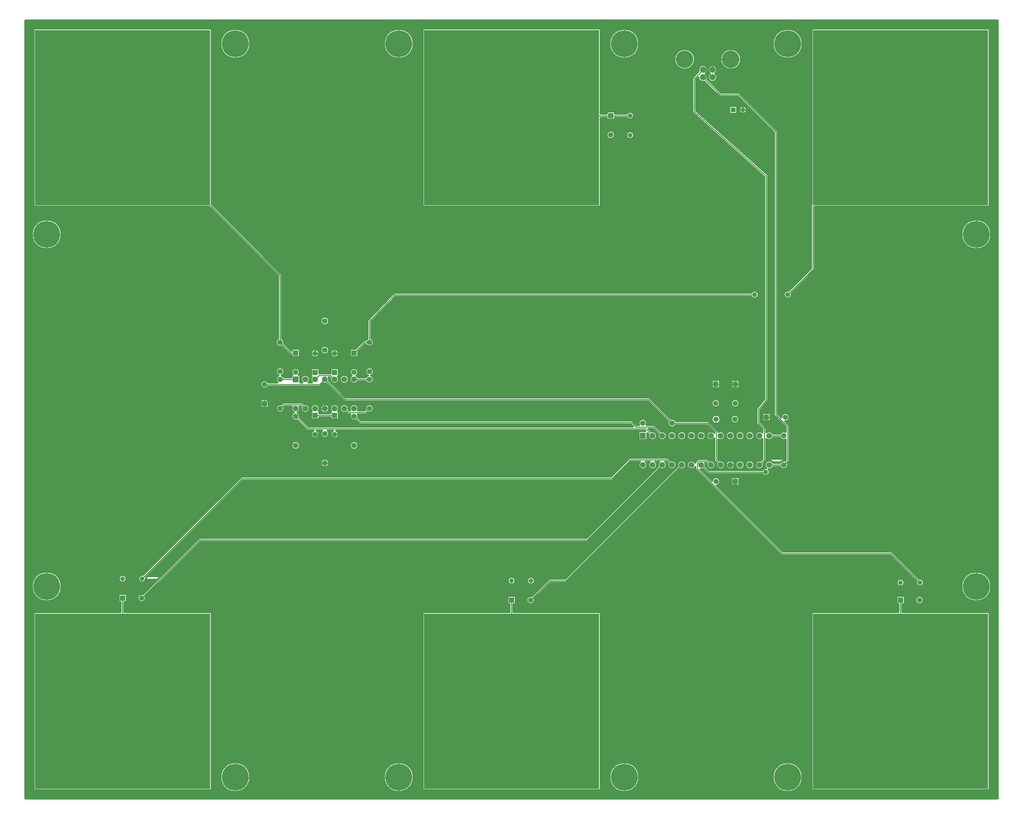
<source format=gtl>
%FSLAX23Y23*%
%MOIN*%
G70*
G01*
G75*
G04 Layer_Physical_Order=1*
%ADD10C,0.020*%
%ADD11R,1.800X1.800*%
%ADD12C,0.010*%
%ADD13R,0.059X0.059*%
%ADD14C,0.059*%
%ADD15C,0.053*%
%ADD16R,0.053X0.053*%
%ADD17C,0.055*%
%ADD18P,0.055X8X0*%
%ADD19C,0.047*%
%ADD20R,0.047X0.047*%
%ADD21C,0.065*%
%ADD22C,0.180*%
%ADD23C,0.275*%
%ADD24C,0.050*%
D10*
X373Y2180D02*
G03*
X373Y2180I-153J0D01*
G01*
X1208Y2100D02*
G03*
X1238Y2060I-12J-40D01*
G01*
G03*
X1237Y2072I-42J0D01*
G01*
X2312Y220D02*
G03*
X2312Y220I-153J0D01*
G01*
X1039Y2260D02*
G03*
X1039Y2260I-39J0D01*
G01*
X1209Y2298D02*
G03*
X1239Y2260I-9J-38D01*
G01*
X1797Y2680D02*
G03*
X1783Y2674I0J-20D01*
G01*
X1797Y2680D02*
G03*
X1783Y2674I0J-20D01*
G01*
X2230Y3310D02*
G03*
X2216Y3304I0J-20D01*
G01*
X2230Y3310D02*
G03*
X2216Y3304I0J-20D01*
G01*
X2823Y3630D02*
G03*
X2823Y3630I-43J0D01*
G01*
X2965Y3782D02*
G03*
X3022Y3743I15J-39D01*
G01*
G03*
X2995Y3782I-42J0D01*
G01*
X2763Y3969D02*
G03*
X2792Y3889I17J-39D01*
G01*
X2821Y3918D02*
G03*
X2823Y3930I-41J12D01*
G01*
G03*
X2797Y3969I-43J0D01*
G01*
X2894Y3788D02*
G03*
X2908Y3782I14J14D01*
G01*
X2894Y3788D02*
G03*
X2908Y3782I14J14D01*
G01*
X3123Y3450D02*
G03*
X3123Y3450I-43J0D01*
G01*
X3052Y3782D02*
G03*
X3123Y3750I28J-32D01*
G01*
G03*
X3108Y3782I-43J0D01*
G01*
X3165D02*
G03*
X3222Y3743I15J-39D01*
G01*
G03*
X3195Y3782I-42J0D01*
G01*
X3307Y3955D02*
G03*
X3321Y3949I14J14D01*
G01*
X2797Y3969D02*
G03*
X2825Y4010I-17J41D01*
G01*
X2663D02*
G03*
X2661Y4022I-43J0D01*
G01*
X2632Y4051D02*
G03*
X2663Y4010I-12J-41D01*
G01*
X2741Y4031D02*
G03*
X2763Y3969I39J-21D01*
G01*
X2838Y4024D02*
G03*
X2925Y4010I42J-14D01*
G01*
X2825D02*
G03*
X2819Y4031I-45J0D01*
G01*
X2925Y4010D02*
G03*
X2866Y4052I-45J0D01*
G01*
X3025Y4010D02*
G03*
X2946Y3982I-45J0D01*
G01*
X3014D02*
G03*
X3025Y4010I-34J28D01*
G01*
X3125D02*
G03*
X3125Y4010I-45J0D01*
G01*
X3214Y3982D02*
G03*
X3225Y4010I-34J28D01*
G01*
G03*
X3146Y3982I-45J0D01*
G01*
X3993Y220D02*
G03*
X3993Y220I-153J0D01*
G01*
X5238Y2040D02*
G03*
X5237Y2052I-42J0D01*
G01*
X5208Y2080D02*
G03*
X5238Y2040I-12J-40D01*
G01*
X5560Y2220D02*
G03*
X5574Y2226I0J20D01*
G01*
X5560Y2220D02*
G03*
X5574Y2226I0J20D01*
G01*
X5397Y2260D02*
G03*
X5383Y2254I0J-20D01*
G01*
X5039Y2240D02*
G03*
X5039Y2240I-39J0D01*
G01*
X5397Y2260D02*
G03*
X5383Y2254I0J-20D01*
G01*
X5239Y2240D02*
G03*
X5239Y2240I-39J0D01*
G01*
X5780Y2640D02*
G03*
X5794Y2646I0J20D01*
G01*
X5780Y2640D02*
G03*
X5794Y2646I0J20D01*
G01*
X3342Y3949D02*
G03*
X3392Y3889I38J-19D01*
G01*
X3423Y3630D02*
G03*
X3423Y3630I-43J0D01*
G01*
X3307Y3955D02*
G03*
X3321Y3949I14J14D01*
G01*
X3430Y3852D02*
G03*
X3444Y3846I14J14D01*
G01*
X3430Y3852D02*
G03*
X3444Y3846I14J14D01*
G01*
X3421Y3918D02*
G03*
X3423Y3930I-41J12D01*
G01*
G03*
X3418Y3949I-43J0D01*
G01*
X3499D02*
G03*
X3513Y3955I0J20D01*
G01*
X3325Y4010D02*
G03*
X3294Y3968I-45J0D01*
G01*
X3425Y4010D02*
G03*
X3341Y3989I-45J0D01*
G01*
X3322Y3996D02*
G03*
X3325Y4010I-42J14D01*
G01*
X3419Y3989D02*
G03*
X3425Y4010I-39J21D01*
G01*
X3499Y3949D02*
G03*
X3513Y3955I0J20D01*
G01*
X3583Y4010D02*
G03*
X3499Y3998I-43J0D01*
G01*
X3528Y3969D02*
G03*
X3583Y4010I12J41D01*
G01*
X2496Y4277D02*
G03*
X2496Y4237I-36J-20D01*
G01*
X2605Y4350D02*
G03*
X2593Y4277I15J-40D01*
G01*
X2661Y4071D02*
G03*
X2647Y4065I0J-20D01*
G01*
X2661Y4071D02*
G03*
X2647Y4065I0J-20D01*
G01*
X2658Y4330D02*
G03*
X2635Y4350I-38J-20D01*
G01*
X2663Y4390D02*
G03*
X2605Y4350I-43J0D01*
G01*
X2635D02*
G03*
X2663Y4390I-15J40D01*
G01*
X2822Y4383D02*
G03*
X2750Y4355I-42J0D01*
G01*
X2716Y4566D02*
G03*
X2730Y4560I14J14D01*
G01*
X2716Y4566D02*
G03*
X2730Y4560I14J14D01*
G01*
X2600Y4728D02*
G03*
X2632Y4649I20J-38D01*
G01*
X2663Y4690D02*
G03*
X2640Y4728I-43J0D01*
G01*
X2661Y4678D02*
G03*
X2663Y4690I-41J12D01*
G01*
X2853Y4065D02*
G03*
X2839Y4071I-14J-14D01*
G01*
X2853Y4065D02*
G03*
X2839Y4071I-14J-14D01*
G01*
X3027Y4237D02*
G03*
X3041Y4243I0J20D01*
G01*
X3027Y4237D02*
G03*
X3041Y4243I0J20D01*
G01*
X3066Y4268D02*
G03*
X3094Y4268I14J42D01*
G01*
X2910Y4277D02*
G03*
X2925Y4310I-30J33D01*
G01*
G03*
X2850Y4277I-45J0D01*
G01*
X3122Y4296D02*
G03*
X3125Y4310I-42J14D01*
G01*
X2946Y4338D02*
G03*
X2950Y4277I34J-28D01*
G01*
X3272Y4090D02*
G03*
X3286Y4084I14J14D01*
G01*
X3272Y4090D02*
G03*
X3286Y4084I14J14D01*
G01*
X3125Y4310D02*
G03*
X3119Y4331I-45J0D01*
G01*
X3138Y4324D02*
G03*
X3225Y4310I42J-14D01*
G01*
G03*
X3214Y4338I-45J0D01*
G01*
X3357Y4348D02*
G03*
X3420Y4290I23J-38D01*
G01*
X3325Y4310D02*
G03*
X3325Y4310I-45J0D01*
G01*
X2810Y4355D02*
G03*
X2822Y4383I-30J29D01*
G01*
X3022Y4577D02*
G03*
X3022Y4577I-42J0D01*
G01*
X3123Y4610D02*
G03*
X3123Y4610I-43J0D01*
G01*
Y4910D02*
G03*
X3123Y4910I-43J0D01*
G01*
X3222Y4577D02*
G03*
X3222Y4577I-42J0D01*
G01*
X2640Y5380D02*
G03*
X2634Y5394I-20J0D01*
G01*
X2640Y5380D02*
G03*
X2634Y5394I-20J0D01*
G01*
X373Y5800D02*
G03*
X373Y5800I-153J0D01*
G01*
X2312Y7760D02*
G03*
X2312Y7760I-153J0D01*
G01*
X3420Y4330D02*
G03*
X3403Y4348I-40J-20D01*
G01*
G03*
X3422Y4383I-23J35D01*
G01*
X3502Y4290D02*
G03*
X3583Y4310I38J20D01*
G01*
G03*
X3555Y4350I-43J0D01*
G01*
X3525D02*
G03*
X3502Y4330I15J-40D01*
G01*
X3422Y4383D02*
G03*
X3357Y4348I-42J0D01*
G01*
X3555Y4350D02*
G03*
X3583Y4390I-15J40D01*
G01*
G03*
X3525Y4350I-43J0D01*
G01*
X3490Y4710D02*
G03*
X3476Y4704I0J-20D01*
G01*
X3502Y4670D02*
G03*
X3583Y4690I38J20D01*
G01*
G03*
X3560Y4728I-43J0D01*
G01*
X3490Y4710D02*
G03*
X3476Y4704I0J-20D01*
G01*
X3520Y4728D02*
G03*
X3502Y4710I20J-38D01*
G01*
X3526Y4924D02*
G03*
X3520Y4910I14J-14D01*
G01*
X3526Y4924D02*
G03*
X3520Y4910I14J-14D01*
G01*
X3800Y5200D02*
G03*
X3786Y5194I0J-20D01*
G01*
X3800Y5200D02*
G03*
X3786Y5194I0J-20D01*
G01*
X3993Y7760D02*
G03*
X3993Y7760I-153J0D01*
G01*
X6312Y220D02*
G03*
X6312Y220I-153J0D01*
G01*
X6032Y3270D02*
G03*
X6046Y3276I0J20D01*
G01*
X6032Y3270D02*
G03*
X6046Y3276I0J20D01*
G01*
X6321Y3464D02*
G03*
X6395Y3430I29J-34D01*
G01*
G03*
X6379Y3464I-45J0D01*
G01*
X6421D02*
G03*
X6495Y3430I29J-34D01*
G01*
X7009Y3343D02*
G03*
X7023Y3337I14J14D01*
G01*
X7009Y3343D02*
G03*
X7023Y3337I14J14D01*
G01*
X6536Y3388D02*
G03*
X6595Y3430I14J42D01*
G01*
X6608Y3444D02*
G03*
X6695Y3430I42J-14D01*
G01*
X6889Y3391D02*
G03*
X6895Y3377I20J0D01*
G01*
X6889Y3391D02*
G03*
X6895Y3377I20J0D01*
G01*
X6736Y3388D02*
G03*
X6795Y3430I14J42D01*
G01*
X7109Y3219D02*
G03*
X7145Y3260I-6J41D01*
G01*
G03*
X7062Y3266I-42J0D01*
G01*
X6942Y3386D02*
G03*
X6964Y3388I8J44D01*
G01*
X6992Y3416D02*
G03*
X6995Y3430I-42J14D01*
G01*
X6495D02*
G03*
X6479Y3464I-45J0D01*
G01*
X6521D02*
G03*
X6508Y3416I29J-34D01*
G01*
X7008Y3444D02*
G03*
X7095Y3430I42J-14D01*
G01*
X6995D02*
G03*
X6989Y3451I-45J0D01*
G01*
X7108Y3444D02*
G03*
X7195Y3430I42J-14D01*
G01*
X7595D02*
G03*
X7592Y3444I-45J0D01*
G01*
X6226Y3504D02*
G03*
X6212Y3498I0J-20D01*
G01*
X6226Y3504D02*
G03*
X6212Y3498I0J-20D01*
G01*
X6595Y3430D02*
G03*
X6579Y3464I-45J0D01*
G01*
X6695Y3430D02*
G03*
X6636Y3472I-45J0D01*
G01*
X6610Y3498D02*
G03*
X6596Y3504I-14J-14D01*
G01*
X6610Y3498D02*
G03*
X6596Y3504I-14J-14D01*
G01*
X6408Y3744D02*
G03*
X6495Y3730I42J-14D01*
G01*
X6508Y3744D02*
G03*
X6595Y3730I42J-14D01*
G01*
X6795Y3430D02*
G03*
X6708Y3416I-45J0D01*
G01*
X6889Y3451D02*
G03*
X6889Y3409I-39J-21D01*
G01*
X6895Y3465D02*
G03*
X6889Y3451I14J-14D01*
G01*
X6895Y3465D02*
G03*
X6889Y3451I14J-14D01*
G01*
X6929Y3491D02*
G03*
X6915Y3485I0J-20D01*
G01*
X6929Y3491D02*
G03*
X6915Y3485I0J-20D01*
G01*
X6695Y3730D02*
G03*
X6695Y3730I-45J0D01*
G01*
X6795D02*
G03*
X6795Y3730I-45J0D01*
G01*
X6895D02*
G03*
X6895Y3730I-45J0D01*
G01*
X6995D02*
G03*
X6995Y3730I-45J0D01*
G01*
X6495D02*
G03*
X6436Y3772I-45J0D01*
G01*
X6595Y3730D02*
G03*
X6536Y3772I-45J0D01*
G01*
X6249Y3880D02*
G03*
X6235Y3886I-14J-14D01*
G01*
X6249Y3880D02*
G03*
X6235Y3886I-14J-14D01*
G01*
X6475Y3833D02*
G03*
X6461Y3839I-14J-14D01*
G01*
X6475Y3833D02*
G03*
X6461Y3839I-14J-14D01*
G01*
X6387D02*
G03*
X6393Y3860I-37J21D01*
G01*
G03*
X6313Y3839I-43J0D01*
G01*
X6609Y3872D02*
G03*
X6688Y3840I41J-12D01*
G01*
Y3880D02*
G03*
X6638Y3901I-38J-20D01*
G01*
X7086Y3474D02*
G03*
X7092Y3460I20J0D01*
G01*
X7095Y3430D02*
G03*
X7036Y3472I-45J0D01*
G01*
X7023Y3485D02*
G03*
X7009Y3491I-14J-14D01*
G01*
X7023Y3485D02*
G03*
X7009Y3491I-14J-14D01*
G01*
X7195Y3430D02*
G03*
X7136Y3472I-45J0D01*
G01*
X7295Y3430D02*
G03*
X7295Y3430I-45J0D01*
G01*
X7395D02*
G03*
X7395Y3430I-45J0D01*
G01*
X7086Y3474D02*
G03*
X7092Y3460I20J0D01*
G01*
X7086Y3756D02*
G03*
X7086Y3704I-36J-26D01*
G01*
X7126Y3692D02*
G03*
X7195Y3730I24J38D01*
G01*
X7295D02*
G03*
X7295Y3730I-45J0D01*
G01*
X7495Y3430D02*
G03*
X7495Y3430I-45J0D01*
G01*
X7564Y3472D02*
G03*
X7595Y3430I-14J-42D01*
G01*
X7395Y3730D02*
G03*
X7395Y3730I-45J0D01*
G01*
X7495D02*
G03*
X7495Y3730I-45J0D01*
G01*
X7580Y3763D02*
G03*
X7580Y3697I-30J-33D01*
G01*
X7126Y3770D02*
G03*
X7120Y3784I-20J0D01*
G01*
X7195Y3730D02*
G03*
X7126Y3768I-45J0D01*
G01*
Y3770D02*
G03*
X7120Y3784I-20J0D01*
G01*
X7030Y3874D02*
G03*
X7016Y3880I-14J-14D01*
G01*
X7030Y3874D02*
G03*
X7016Y3880I-14J-14D01*
G01*
X7339Y3900D02*
G03*
X7339Y3900I-43J0D01*
G01*
X7520Y3860D02*
G03*
X7526Y3846I20J0D01*
G01*
X7520Y3860D02*
G03*
X7526Y3846I20J0D01*
G01*
X7992Y220D02*
G03*
X7992Y220I-153J0D01*
G01*
X7579Y3337D02*
G03*
X7654Y3357I35J20D01*
G01*
X7621Y3396D02*
G03*
X7579Y3377I-7J-39D01*
G01*
X7690Y3450D02*
G03*
X7621Y3396I-40J-20D01*
G01*
X7614Y3466D02*
G03*
X7620Y3480I-14J14D01*
G01*
X7614Y3466D02*
G03*
X7620Y3480I-14J14D01*
G01*
X7654Y3357D02*
G03*
X7641Y3386I-40J0D01*
G01*
G03*
X7690Y3410I9J44D01*
G01*
X7620Y3800D02*
G03*
X7614Y3814I-20J0D01*
G01*
X7620Y3697D02*
G03*
X7690Y3710I30J33D01*
G01*
Y3750D02*
G03*
X7620Y3763I-40J-20D01*
G01*
Y3800D02*
G03*
X7614Y3814I-20J0D01*
G01*
X7812Y3471D02*
G03*
X7762Y3450I-12J-41D01*
G01*
Y3410D02*
G03*
X7843Y3430I38J20D01*
G01*
X7762Y3710D02*
G03*
X7819Y3692I38J20D01*
G01*
X9238Y2040D02*
G03*
X9238Y2040I-42J0D01*
G01*
X9162Y2229D02*
G03*
X9239Y2220I38J-9D01*
G01*
X9039D02*
G03*
X9039Y2220I-39J0D01*
G01*
X9239D02*
G03*
X9191Y2258I-39J0D01*
G01*
X9932Y2180D02*
G03*
X9932Y2180I-153J0D01*
G01*
X7767Y2505D02*
G03*
X7781Y2499I14J14D01*
G01*
X7767Y2505D02*
G03*
X7781Y2499I14J14D01*
G01*
X8915Y2533D02*
G03*
X8901Y2539I-14J-14D01*
G01*
X8915Y2533D02*
G03*
X8901Y2539I-14J-14D01*
G01*
X7819Y3768D02*
G03*
X7762Y3750I-19J-38D01*
G01*
X7813Y3879D02*
G03*
X7858Y3920I4J41D01*
G01*
G03*
X7775Y3916I-42J0D01*
G01*
X7843Y3430D02*
G03*
X7841Y3442I-43J0D01*
G01*
X7853Y3455D02*
G03*
X7859Y3469I-14J14D01*
G01*
X7853Y3455D02*
G03*
X7859Y3469I-14J14D01*
G01*
Y3824D02*
G03*
X7853Y3838I-20J0D01*
G01*
X7859Y3824D02*
G03*
X7853Y3838I-20J0D01*
G01*
X7524Y4012D02*
G03*
X7520Y4000I16J-12D01*
G01*
X7524Y4012D02*
G03*
X7520Y4000I16J-12D01*
G01*
X6420Y4118D02*
G03*
X6406Y4124I-14J-14D01*
G01*
X6420Y4118D02*
G03*
X6406Y4124I-14J-14D01*
G01*
X7142Y4063D02*
G03*
X7142Y4063I-42J0D01*
G01*
X7342D02*
G03*
X7342Y4063I-42J0D01*
G01*
X7636Y4088D02*
G03*
X7640Y4100I-16J12D01*
G01*
X7636Y4088D02*
G03*
X7640Y4100I-16J12D01*
G01*
X7465Y5160D02*
G03*
X7540Y5180I35J20D01*
G01*
G03*
X7465Y5200I-40J0D01*
G01*
X7699Y3944D02*
G03*
X7705Y3930I20J0D01*
G01*
X7699Y3944D02*
G03*
X7705Y3930I20J0D01*
G01*
X6062Y6823D02*
G03*
X6062Y6823I-42J0D01*
G01*
X6259Y6820D02*
G03*
X6259Y6820I-39J0D01*
G01*
X6187Y7000D02*
G03*
X6259Y7020I33J20D01*
G01*
G03*
X6187Y7040I-39J0D01*
G01*
X6860Y7060D02*
G03*
X6867Y7045I20J0D01*
G01*
X6860Y7060D02*
G03*
X6867Y7045I20J0D01*
G01*
X6865Y7414D02*
G03*
X6860Y7400I15J-14D01*
G01*
X6865Y7414D02*
G03*
X6860Y7400I15J-14D01*
G01*
X6920Y7414D02*
G03*
X6984Y7370I47J1D01*
G01*
X7015Y7415D02*
G03*
X6994Y7454I-47J0D01*
G01*
G03*
X7015Y7493I-27J39D01*
G01*
X6312Y7760D02*
G03*
X6312Y7760I-153J0D01*
G01*
X7015Y7493D02*
G03*
X6924Y7476I-47J0D01*
G01*
X6885Y7600D02*
G03*
X6885Y7600I-105J0D01*
G01*
X7640Y6400D02*
G03*
X7633Y6415I-20J0D01*
G01*
X7640Y6400D02*
G03*
X7633Y6415I-20J0D01*
G01*
X7739Y6855D02*
G03*
X7733Y6869I-20J0D01*
G01*
X7739Y6855D02*
G03*
X7733Y6869I-20J0D01*
G01*
X7040Y7454D02*
G03*
X7114Y7415I27J-39D01*
G01*
X7132Y7222D02*
G03*
X7146Y7216I14J14D01*
G01*
X7012Y7398D02*
G03*
X7015Y7415I-45J16D01*
G01*
X7132Y7222D02*
G03*
X7146Y7216I14J14D01*
G01*
X7114Y7493D02*
G03*
X7040Y7454I-47J0D01*
G01*
X7114Y7415D02*
G03*
X7093Y7454I-47J0D01*
G01*
G03*
X7114Y7493I-27J39D01*
G01*
X7359Y7600D02*
G03*
X7359Y7600I-105J0D01*
G01*
X7352Y7250D02*
G03*
X7338Y7256I-14J-14D01*
G01*
X7419Y7080D02*
G03*
X7419Y7080I-39J0D01*
G01*
X7352Y7250D02*
G03*
X7338Y7256I-14J-14D01*
G01*
X7850Y5219D02*
G03*
X7880Y5180I-10J-39D01*
G01*
G03*
X7879Y5190I-40J0D01*
G01*
X8114Y5426D02*
G03*
X8120Y5440I-14J14D01*
G01*
X8114Y5426D02*
G03*
X8120Y5440I-14J14D01*
G01*
X9932Y5800D02*
G03*
X9932Y5800I-153J0D01*
G01*
X8085Y6113D02*
G03*
X8080Y6100I15J-13D01*
G01*
X8085Y6113D02*
G03*
X8080Y6100I15J-13D01*
G01*
X7992Y7760D02*
G03*
X7992Y7760I-153J0D01*
G01*
X0Y90D02*
X85D01*
X0Y108D02*
X85D01*
X0Y126D02*
X85D01*
X0Y144D02*
X85D01*
X0Y162D02*
X85D01*
X0Y180D02*
X85D01*
X0Y198D02*
X85D01*
X0Y216D02*
X85D01*
X0Y234D02*
X85D01*
X0Y252D02*
X85D01*
X0Y270D02*
X85D01*
X0Y288D02*
X85D01*
X0Y306D02*
X85D01*
X0Y324D02*
X85D01*
X0Y342D02*
X85D01*
X0Y360D02*
X85D01*
X0Y378D02*
X85D01*
X0Y396D02*
X85D01*
X0Y414D02*
X85D01*
X0Y432D02*
X85D01*
X0Y450D02*
X85D01*
X0Y468D02*
X85D01*
X0Y486D02*
X85D01*
X0Y504D02*
X85D01*
X0Y522D02*
X85D01*
X0Y540D02*
X85D01*
X0Y72D02*
X2123D01*
X0Y558D02*
X85D01*
X0Y576D02*
X85D01*
X0Y594D02*
X85D01*
X0Y612D02*
X85D01*
X0Y630D02*
X85D01*
X0Y648D02*
X85D01*
X0Y666D02*
X85D01*
X0Y684D02*
X85D01*
X0Y702D02*
X85D01*
X0Y720D02*
X85D01*
X0Y738D02*
X85D01*
X0Y756D02*
X85D01*
X0Y774D02*
X85D01*
X0Y792D02*
X85D01*
X0Y810D02*
X85D01*
X0Y828D02*
X85D01*
X0Y846D02*
X85D01*
X0Y864D02*
X85D01*
X0Y882D02*
X85D01*
X0Y900D02*
X85D01*
X0Y918D02*
X85D01*
X0Y936D02*
X85D01*
X0Y954D02*
X85D01*
X0Y972D02*
X85D01*
X0Y990D02*
X85D01*
X0Y1008D02*
X85D01*
X0Y1026D02*
X85D01*
X0Y1044D02*
X85D01*
X0Y1062D02*
X85D01*
X0Y1080D02*
X85D01*
X0Y1098D02*
X85D01*
X0Y1116D02*
X85D01*
X0Y1134D02*
X85D01*
X0Y1152D02*
X85D01*
X0Y1170D02*
X85D01*
X0Y1188D02*
X85D01*
X0Y1206D02*
X85D01*
X0Y1224D02*
X85D01*
X0Y1242D02*
X85D01*
X0Y1260D02*
X85D01*
X0Y1278D02*
X85D01*
X0Y1296D02*
X85D01*
X0Y1314D02*
X85D01*
X0Y1332D02*
X85D01*
X0Y1350D02*
X85D01*
X0Y1368D02*
X85D01*
X0Y1386D02*
X85D01*
X0Y1404D02*
X85D01*
X0Y1422D02*
X85D01*
X0Y1440D02*
X85D01*
X0Y1458D02*
X85D01*
X0Y1476D02*
X85D01*
X0Y1494D02*
X85D01*
X0Y1512D02*
X85D01*
X0Y1530D02*
X85D01*
X0Y1548D02*
X85D01*
X0Y1566D02*
X85D01*
X0Y1584D02*
X85D01*
X0Y1602D02*
X85D01*
X0Y1620D02*
X85D01*
X0Y1638D02*
X85D01*
X0Y1656D02*
X85D01*
X0Y1674D02*
X85D01*
X0Y1692D02*
X85D01*
X0Y1710D02*
X85D01*
X0Y1728D02*
X85D01*
X0Y1746D02*
X85D01*
X0Y1764D02*
X85D01*
X0Y1782D02*
X85D01*
X0Y1800D02*
X85D01*
X0Y1818D02*
X85D01*
X0Y1836D02*
X85D01*
X0Y1854D02*
X85D01*
X0Y1872D02*
X85D01*
X0Y1890D02*
X85D01*
X0Y1908D02*
X85D01*
X0Y1926D02*
X980D01*
X0Y1944D02*
X980D01*
X0Y1962D02*
X980D01*
X0Y1980D02*
X980D01*
X0Y1998D02*
X980D01*
X0Y2016D02*
X980D01*
X85Y85D02*
Y1915D01*
X980D01*
Y2018D01*
X958D02*
X980D01*
X1020Y1915D02*
Y2018D01*
X1042D01*
X0Y2034D02*
X176D01*
X264D02*
X958D01*
X0Y2070D02*
X114D01*
X0Y2052D02*
X137D01*
X958Y2018D02*
Y2102D01*
X1042Y2034D02*
X1164D01*
X1042Y2018D02*
Y2102D01*
X303Y2052D02*
X958D01*
X326Y2070D02*
X958D01*
X1042Y2052D02*
X1156D01*
X1042Y2070D02*
X1156D01*
X85Y85D02*
X1915D01*
Y90D02*
X2080D01*
X1915Y108D02*
X2056D01*
X1915Y162D02*
X2019D01*
X1915Y126D02*
X2040D01*
X1915Y144D02*
X2028D01*
X1915Y198D02*
X2009D01*
X1915Y180D02*
X2013D01*
X1915Y216D02*
X2008D01*
X1915Y234D02*
X2008D01*
X1915Y252D02*
X2011D01*
X1915Y270D02*
X2016D01*
X1915Y288D02*
X2023D01*
X1020Y1915D02*
X1915D01*
Y85D02*
Y1915D01*
Y306D02*
X2034D01*
X1915Y324D02*
X2048D01*
X1915Y342D02*
X2069D01*
X1915Y360D02*
X2100D01*
X0Y2124D02*
X78D01*
X0Y2088D02*
X98D01*
X0Y2106D02*
X87D01*
X0Y2178D02*
X68D01*
X0Y2142D02*
X72D01*
X0Y2160D02*
X69D01*
X342Y2088D02*
X958D01*
Y2102D02*
X1042D01*
X0Y2196D02*
X68D01*
X0Y2214D02*
X71D01*
X0Y2232D02*
X77D01*
X0Y2250D02*
X85D01*
X0Y2268D02*
X95D01*
X0Y2286D02*
X110D01*
X0Y2304D02*
X131D01*
X0Y2322D02*
X164D01*
X355Y2250D02*
X963D01*
X363Y2232D02*
X973D01*
X345Y2268D02*
X962D01*
X330Y2286D02*
X971D01*
X1037Y2250D02*
X1163D01*
X1038Y2268D02*
X1162D01*
X353Y2106D02*
X1215D01*
X362Y2124D02*
X1233D01*
X368Y2142D02*
X1251D01*
X371Y2160D02*
X1269D01*
X372Y2178D02*
X1287D01*
X369Y2214D02*
X1323D01*
X1042Y2088D02*
X1166D01*
X372Y2196D02*
X1305D01*
X1027Y2232D02*
X1173D01*
X1227D02*
X1341D01*
X1029Y2286D02*
X1171D01*
X1237Y2250D02*
X1359D01*
X1254Y2286D02*
X1395D01*
X309Y2304D02*
X1216D01*
X276Y2322D02*
X1234D01*
X0Y2340D02*
X1252D01*
X0Y2358D02*
X1270D01*
X0Y2376D02*
X1288D01*
X0Y2394D02*
X1306D01*
X1272Y2304D02*
X1413D01*
X1290Y2322D02*
X1431D01*
X1308Y2340D02*
X1449D01*
X1326Y2358D02*
X1467D01*
X1344Y2376D02*
X1485D01*
X1362Y2394D02*
X1503D01*
X0Y2412D02*
X1324D01*
X0Y2430D02*
X1342D01*
X0Y2448D02*
X1360D01*
X0Y2466D02*
X1378D01*
X0Y2484D02*
X1396D01*
X0Y2502D02*
X1414D01*
X1380Y2412D02*
X1521D01*
X1398Y2430D02*
X1539D01*
X1416Y2448D02*
X1557D01*
X1434Y2466D02*
X1575D01*
X1452Y2484D02*
X1593D01*
X1470Y2502D02*
X1611D01*
X0Y2520D02*
X1432D01*
X0Y2538D02*
X1450D01*
X0Y2556D02*
X1468D01*
X0Y2574D02*
X1486D01*
X0Y2592D02*
X1504D01*
X0Y2610D02*
X1522D01*
X0Y0D02*
Y8000D01*
X1488Y2520D02*
X1629D01*
X0Y2628D02*
X1540D01*
X0Y2646D02*
X1558D01*
X0Y2664D02*
X1576D01*
X0Y2682D02*
X1594D01*
X0Y2700D02*
X1612D01*
X1506Y2538D02*
X1647D01*
X1237Y2072D02*
X1805Y2640D01*
X1208Y2100D02*
X1783Y2674D01*
X0Y2718D02*
X1630D01*
X1524Y2556D02*
X1665D01*
X1542Y2574D02*
X1683D01*
X1560Y2592D02*
X1701D01*
X1578Y2610D02*
X1719D01*
X1596Y2628D02*
X1737D01*
X1614Y2646D02*
X1755D01*
X1632Y2664D02*
X1773D01*
X0Y2736D02*
X1648D01*
X0Y2754D02*
X1666D01*
X0Y2772D02*
X1684D01*
X0Y2790D02*
X1702D01*
X0Y2808D02*
X1720D01*
X0Y2826D02*
X1738D01*
X0Y2844D02*
X1756D01*
X1238Y2269D02*
X2238Y3270D01*
X1209Y2298D02*
X2216Y3304D01*
X0Y2862D02*
X1774D01*
X0Y2880D02*
X1792D01*
X0Y2898D02*
X1810D01*
X0Y2916D02*
X1828D01*
X0Y2934D02*
X1846D01*
X0Y2952D02*
X1864D01*
X0Y2970D02*
X1882D01*
X0Y2988D02*
X1900D01*
X0Y3006D02*
X1918D01*
X0Y3024D02*
X1936D01*
X0Y3042D02*
X1954D01*
X0Y3060D02*
X1972D01*
X0Y3078D02*
X1990D01*
X0Y3096D02*
X2008D01*
X0Y3114D02*
X2026D01*
X0Y3132D02*
X2044D01*
X0Y3150D02*
X2062D01*
X0Y3168D02*
X2080D01*
X0Y3186D02*
X2098D01*
X0Y3204D02*
X2116D01*
X0Y3222D02*
X2134D01*
X0Y3240D02*
X2152D01*
X0Y3258D02*
X2170D01*
X0Y3276D02*
X2188D01*
X0Y3294D02*
X2206D01*
X0Y4032D02*
X2418D01*
X0Y4050D02*
X2418D01*
X0Y3996D02*
X2580D01*
X0Y4014D02*
X2578D01*
X0Y3438D02*
X3039D01*
X0Y3420D02*
X3050D01*
X0Y3456D02*
X3038D01*
X0Y3600D02*
X2750D01*
X0Y3474D02*
X3045D01*
X0Y3492D02*
X3073D01*
X0Y3618D02*
X2739D01*
X0Y3636D02*
X2738D01*
X0Y3654D02*
X2745D01*
X0Y3672D02*
X2773D01*
X0Y3744D02*
X2938D01*
X0Y3708D02*
X2958D01*
X0Y3726D02*
X2942D01*
X0Y3798D02*
X2884D01*
X0Y3762D02*
X2943D01*
X0Y3780D02*
X2961D01*
X0Y3852D02*
X2830D01*
X0Y3816D02*
X2866D01*
X0Y3834D02*
X2848D01*
X0Y3906D02*
X2745D01*
X0Y3870D02*
X2812D01*
X0Y3888D02*
X2773D01*
X0Y3924D02*
X2738D01*
X0Y3978D02*
X2592D01*
X0Y3942D02*
X2739D01*
X0Y3960D02*
X2750D01*
X2908Y3782D02*
X2965D01*
X3018Y3726D02*
X3045D01*
X3022Y3744D02*
X3038D01*
X3017Y3762D02*
X3039D01*
X2999Y3780D02*
X3050D01*
X2995Y3782D02*
X3052D01*
X2792Y3889D02*
X2894Y3788D01*
X2821Y3918D02*
X2916Y3822D01*
X2821Y3942D02*
X2938D01*
Y3898D02*
X3022D01*
X2832Y3906D02*
X2938D01*
Y3898D02*
Y3982D01*
X3022Y3898D02*
Y3920D01*
X2822Y3924D02*
X2938D01*
X3002Y3708D02*
X3073D01*
X3115Y3726D02*
X3142D01*
X3087Y3708D02*
X3158D01*
X3122Y3744D02*
X3138D01*
X3121Y3762D02*
X3143D01*
X3110Y3780D02*
X3161D01*
X3022Y3906D02*
X3138D01*
X3108Y3782D02*
X3165D01*
X3022Y3920D02*
X3138D01*
Y3898D02*
X3222D01*
X3138D02*
Y3920D01*
X3222Y3898D02*
Y3982D01*
X3294Y3968D02*
X3307Y3955D01*
X2660Y3996D02*
X2738D01*
X2648Y3978D02*
X2749D01*
X2418Y4018D02*
X2502D01*
X2662Y4014D02*
X2736D01*
X2811Y3978D02*
X2849D01*
X2810Y3960D02*
X2938D01*
X2911Y3978D02*
X2938D01*
X2822Y3996D02*
X2838D01*
X2824Y4014D02*
X2836D01*
X2922Y3996D02*
X2938D01*
X2924Y4014D02*
X2936D01*
X2418Y4018D02*
Y4102D01*
X2502Y4018D02*
Y4102D01*
Y4032D02*
X2584D01*
X2661Y4022D02*
X2669Y4031D01*
X2741D01*
X2819D02*
X2831D01*
X2919Y4032D02*
X2941D01*
X3022Y3960D02*
Y3982D01*
Y3960D02*
X3138D01*
X3022D02*
X3138D01*
X3022Y3996D02*
X3038D01*
X3022Y3978D02*
X3049D01*
X3138Y3960D02*
Y3982D01*
X3222Y3960D02*
X3302D01*
X3111Y3978D02*
X3138D01*
X3122Y3996D02*
X3138D01*
X3222Y3978D02*
X3249D01*
X3222Y3996D02*
X3238D01*
X3024Y4014D02*
X3036D01*
X3019Y4032D02*
X3041D01*
X3124Y4014D02*
X3136D01*
X3119Y4032D02*
X3141D01*
X3224Y4014D02*
X3236D01*
X3219Y4032D02*
X3241D01*
X1915Y378D02*
X4085D01*
X1915Y396D02*
X4085D01*
X1915Y414D02*
X4085D01*
X1915Y432D02*
X4085D01*
X1915Y450D02*
X4085D01*
X1915Y468D02*
X4085D01*
X2251Y342D02*
X3749D01*
X2197Y72D02*
X3803D01*
X2240Y90D02*
X3760D01*
X2220Y360D02*
X3780D01*
X1915Y486D02*
X4085D01*
X1915Y504D02*
X4085D01*
X1915Y522D02*
X4085D01*
X1915Y540D02*
X4085D01*
X1915Y558D02*
X4085D01*
X1915Y576D02*
X4085D01*
X1915Y594D02*
X4085D01*
X1915Y612D02*
X4085D01*
X1915Y630D02*
X4085D01*
X1915Y648D02*
X4085D01*
X1915Y666D02*
X4085D01*
X1915Y684D02*
X4085D01*
X1915Y702D02*
X4085D01*
X1915Y720D02*
X4085D01*
X1915Y738D02*
X4085D01*
X0Y0D02*
X10000D01*
X0Y18D02*
X10000D01*
X0Y36D02*
X10000D01*
X1915Y756D02*
X4085D01*
X0Y54D02*
X10000D01*
X1915Y774D02*
X4085D01*
X1915Y792D02*
X4085D01*
X1915Y810D02*
X4085D01*
X1915Y828D02*
X4085D01*
X1915Y846D02*
X4085D01*
X1915Y864D02*
X4085D01*
X1915Y882D02*
X4085D01*
X1915Y900D02*
X4085D01*
X1915Y918D02*
X4085D01*
X1915Y936D02*
X4085D01*
X1915Y954D02*
X4085D01*
X1915Y972D02*
X4085D01*
X1915Y990D02*
X4085D01*
X1915Y1008D02*
X4085D01*
X1915Y1026D02*
X4085D01*
X1915Y1044D02*
X4085D01*
X1915Y1062D02*
X4085D01*
X1915Y1080D02*
X4085D01*
X1915Y1098D02*
X4085D01*
X1915Y1116D02*
X4085D01*
X1915Y1134D02*
X4085D01*
X1915Y1152D02*
X4085D01*
X1915Y1170D02*
X4085D01*
X1915Y1188D02*
X4085D01*
X1915Y1206D02*
X4085D01*
X1915Y1224D02*
X4085D01*
X1915Y1242D02*
X4085D01*
X1915Y1260D02*
X4085D01*
X1915Y1278D02*
X4085D01*
X1915Y1296D02*
X4085D01*
X1915Y1314D02*
X4085D01*
X1915Y1332D02*
X4085D01*
X1915Y1350D02*
X4085D01*
X1915Y1368D02*
X4085D01*
X1915Y1386D02*
X4085D01*
X1915Y1404D02*
X4085D01*
X1915Y1422D02*
X4085D01*
X1915Y1440D02*
X4085D01*
X1915Y1458D02*
X4085D01*
X1915Y1476D02*
X4085D01*
X1915Y1494D02*
X4085D01*
X1915Y1512D02*
X4085D01*
X1915Y1530D02*
X4085D01*
X1915Y1548D02*
X4085D01*
X1915Y1566D02*
X4085D01*
X1915Y1584D02*
X4085D01*
X1915Y1602D02*
X4085D01*
X1915Y1620D02*
X4085D01*
X1915Y1638D02*
X4085D01*
X1915Y1656D02*
X4085D01*
X1915Y1674D02*
X4085D01*
X1915Y1692D02*
X4085D01*
X1915Y1710D02*
X4085D01*
X1915Y1728D02*
X4085D01*
X1915Y1746D02*
X4085D01*
X1915Y1764D02*
X4085D01*
X1915Y1782D02*
X4085D01*
X1915Y1800D02*
X4085D01*
X1915Y1818D02*
X4085D01*
X1915Y1836D02*
X4085D01*
X1020Y1926D02*
X4980D01*
X1020Y1944D02*
X4980D01*
X1020Y1962D02*
X4980D01*
X1020Y2016D02*
X4958D01*
X1020Y1980D02*
X4980D01*
X1020Y1998D02*
X4980D01*
X1915Y1854D02*
X4085D01*
X1915Y1872D02*
X4085D01*
X1915Y1890D02*
X4085D01*
X1915Y1908D02*
X4085D01*
X1229Y2034D02*
X4958D01*
X1238Y2052D02*
X4958D01*
X1237Y2070D02*
X4958D01*
X2292Y144D02*
X3708D01*
X2263Y108D02*
X3737D01*
X2280Y126D02*
X3720D01*
X2311Y198D02*
X3689D01*
X2301Y162D02*
X3699D01*
X2307Y180D02*
X3693D01*
X3920Y90D02*
X4085D01*
X3944Y108D02*
X4085D01*
X3960Y126D02*
X4085D01*
X3972Y144D02*
X4085D01*
X3981Y162D02*
X4085D01*
X3987Y180D02*
X4085D01*
X3991Y198D02*
X4085D01*
X2312Y216D02*
X3688D01*
X2309Y252D02*
X3691D01*
X2304Y270D02*
X3696D01*
X2296Y288D02*
X3704D01*
X2286Y306D02*
X3714D01*
X2272Y324D02*
X3728D01*
X4085Y85D02*
Y1915D01*
X2312Y234D02*
X3688D01*
X3977Y288D02*
X4085D01*
X3877Y72D02*
X6123D01*
X3966Y306D02*
X4085D01*
X3952Y324D02*
X4085D01*
X3931Y342D02*
X4085D01*
X3900Y360D02*
X4085D01*
X3992Y216D02*
X4085D01*
Y85D02*
X5915D01*
X3992Y234D02*
X4085D01*
X3989Y252D02*
X4085D01*
X3984Y270D02*
X4085D01*
X5915Y1152D02*
X8085D01*
X5915Y1170D02*
X8085D01*
X5915Y1188D02*
X8085D01*
X5915Y1206D02*
X8085D01*
X5915Y1224D02*
X8085D01*
X5915Y1242D02*
X8085D01*
X5915Y1260D02*
X8085D01*
X5915Y1278D02*
X8085D01*
X5915Y85D02*
Y1915D01*
Y1296D02*
X8085D01*
X5915Y1314D02*
X8085D01*
X5915Y1332D02*
X8085D01*
X5915Y1350D02*
X8085D01*
X5915Y1368D02*
X8085D01*
X5915Y1386D02*
X8085D01*
X5915Y1404D02*
X8085D01*
X5915Y1422D02*
X8085D01*
X5915Y1440D02*
X8085D01*
X4085Y1915D02*
X4980D01*
X5915Y1458D02*
X8085D01*
X5915Y1476D02*
X8085D01*
X5915Y1494D02*
X8085D01*
X5915Y1512D02*
X8085D01*
X5915Y1530D02*
X8085D01*
X5915Y1548D02*
X8085D01*
X5915Y1566D02*
X8085D01*
X5915Y1584D02*
X8085D01*
X5915Y1602D02*
X8085D01*
X4980Y1915D02*
Y1998D01*
X5020Y1915D02*
X5915D01*
X5020D02*
Y1998D01*
X4958D02*
Y2082D01*
Y1998D02*
X4980D01*
X4958Y2082D02*
X5042D01*
X5020Y1998D02*
X5042D01*
Y2016D02*
X5163D01*
X5042Y1998D02*
Y2082D01*
Y2034D02*
X5156D01*
X5042Y2052D02*
X5157D01*
X5042Y2070D02*
X5168D01*
X5915Y1620D02*
X8085D01*
X5915Y1638D02*
X8085D01*
X5915Y1656D02*
X8085D01*
X5915Y1674D02*
X8085D01*
X5915Y1692D02*
X8085D01*
X5915Y1710D02*
X8085D01*
X5915Y1728D02*
X8085D01*
X5915Y1746D02*
X8085D01*
X5915Y1764D02*
X8085D01*
X5915Y1782D02*
X8085D01*
X5915Y1800D02*
X8085D01*
X5915Y1818D02*
X8085D01*
X5915Y1836D02*
X8085D01*
X5020Y1926D02*
X8980D01*
X5020Y1944D02*
X8980D01*
X5020Y1962D02*
X8980D01*
X5231Y2016D02*
X8958D01*
X5020Y1980D02*
X8980D01*
X5020Y1998D02*
X8980D01*
X5915Y1854D02*
X8085D01*
X5915Y1872D02*
X8085D01*
X5915Y1890D02*
X8085D01*
X5915Y1908D02*
X8085D01*
X5238Y2034D02*
X8958D01*
X5237Y2052D02*
X8958D01*
X5255Y2070D02*
X8958D01*
X1253Y2088D02*
X5217D01*
X1271Y2106D02*
X5235D01*
X1289Y2124D02*
X5253D01*
X1307Y2142D02*
X5271D01*
X1325Y2160D02*
X5289D01*
X1343Y2178D02*
X5307D01*
X1397Y2232D02*
X4962D01*
X1361Y2196D02*
X5325D01*
X1379Y2214D02*
X4971D01*
X1415Y2250D02*
X4963D01*
X1433Y2268D02*
X4973D01*
X1451Y2286D02*
X5578D01*
X1469Y2304D02*
X5596D01*
X1487Y2322D02*
X5614D01*
X1505Y2340D02*
X5632D01*
X1523Y2358D02*
X5650D01*
X1541Y2376D02*
X5668D01*
X1559Y2394D02*
X5686D01*
X1577Y2412D02*
X5704D01*
X1595Y2430D02*
X5722D01*
X1613Y2448D02*
X5740D01*
X1631Y2466D02*
X5758D01*
X1797Y2680D02*
X5772D01*
X1649Y2484D02*
X5776D01*
X1650Y2682D02*
X5774D01*
X1667Y2502D02*
X5794D01*
X1685Y2520D02*
X5812D01*
X1703Y2538D02*
X5830D01*
X1668Y2700D02*
X5792D01*
X1686Y2718D02*
X5810D01*
X1704Y2736D02*
X5828D01*
X1721Y2556D02*
X5848D01*
X1739Y2574D02*
X5866D01*
X1757Y2592D02*
X5884D01*
X1805Y2640D02*
X5780D01*
X1722Y2754D02*
X5846D01*
X1775Y2610D02*
X5902D01*
X1793Y2628D02*
X5920D01*
X1740Y2772D02*
X5864D01*
X1758Y2790D02*
X5882D01*
X1776Y2808D02*
X5900D01*
X1794Y2826D02*
X5918D01*
X1812Y2844D02*
X5936D01*
X1830Y2862D02*
X5954D01*
X1848Y2880D02*
X5972D01*
X1866Y2898D02*
X5990D01*
X1884Y2916D02*
X6008D01*
X1902Y2934D02*
X6026D01*
X1920Y2952D02*
X6044D01*
X1938Y2970D02*
X6062D01*
X1956Y2988D02*
X6080D01*
X0Y3312D02*
X6026D01*
X0Y3330D02*
X6044D01*
X0Y3348D02*
X6062D01*
X0Y3366D02*
X6080D01*
X0Y3384D02*
X6098D01*
X0Y3402D02*
X6116D01*
X1974Y3006D02*
X6098D01*
X1992Y3024D02*
X6116D01*
X2010Y3042D02*
X6134D01*
X2238Y3270D02*
X6032D01*
X2230Y3310D02*
X6024D01*
X2028Y3060D02*
X6152D01*
X2046Y3078D02*
X6170D01*
X2822Y3636D02*
X3338D01*
X2810Y3600D02*
X3350D01*
X2821Y3618D02*
X3339D01*
X2815Y3654D02*
X3345D01*
X2787Y3672D02*
X3373D01*
X2850Y3888D02*
X3373D01*
X3110Y3420D02*
X6134D01*
X3121Y3438D02*
X6152D01*
X3122Y3456D02*
X6170D01*
X3222Y3906D02*
X3345D01*
X3222Y3924D02*
X3338D01*
X2886Y3852D02*
X3430D01*
X2868Y3870D02*
X3412D01*
X2064Y3096D02*
X6188D01*
X2082Y3114D02*
X6206D01*
X2100Y3132D02*
X6224D01*
X2118Y3150D02*
X6242D01*
X2136Y3168D02*
X6260D01*
X0Y3510D02*
X7086D01*
X2154Y3186D02*
X6278D01*
X2172Y3204D02*
X6296D01*
X2190Y3222D02*
X6314D01*
X3115Y3474D02*
X6188D01*
X3087Y3492D02*
X6206D01*
X2208Y3240D02*
X6332D01*
X2226Y3258D02*
X6350D01*
X0Y3528D02*
X7086D01*
X0Y3546D02*
X7086D01*
X0Y3564D02*
X7086D01*
X2904Y3834D02*
X6239D01*
X0Y3582D02*
X7086D01*
X0Y3690D02*
X6305D01*
X3202Y3708D02*
X6305D01*
X3218Y3726D02*
X6305D01*
X3222Y3744D02*
X6305D01*
X3217Y3762D02*
X6305D01*
X2916Y3822D02*
X6251D01*
X3199Y3780D02*
X6372D01*
X3195Y3782D02*
X6370D01*
X5029Y2214D02*
X5171D01*
X5208Y2080D02*
X5383Y2254D01*
X5038Y2232D02*
X5162D01*
X5229Y2214D02*
X5343D01*
X5037Y2250D02*
X5163D01*
X5237Y2052D02*
X5405Y2220D01*
X5560D01*
X5238Y2232D02*
X5361D01*
X5237Y2250D02*
X5379D01*
X5027Y2268D02*
X5173D01*
X5397Y2260D02*
X5552D01*
X5227Y2268D02*
X5560D01*
X5552Y2260D02*
X6708Y3416D01*
X5904Y2556D02*
X7716D01*
X5574Y2226D02*
X6736Y3388D01*
X5794Y2646D02*
X5938D01*
X5794Y2646D02*
X6536Y3388D01*
X5309Y2124D02*
X9638D01*
X5273Y2088D02*
X9658D01*
X5291Y2106D02*
X9647D01*
X5345Y2160D02*
X9629D01*
X5327Y2142D02*
X9632D01*
X5363Y2178D02*
X9628D01*
X5399Y2214D02*
X8962D01*
X5381Y2196D02*
X8970D01*
X5580Y2232D02*
X8963D01*
X5598Y2250D02*
X8976D01*
X5652Y2304D02*
X9088D01*
X5616Y2268D02*
X9124D01*
X5634Y2286D02*
X9106D01*
X5706Y2358D02*
X9034D01*
X5670Y2322D02*
X9070D01*
X5688Y2340D02*
X9052D01*
X5760Y2412D02*
X8980D01*
X5724Y2376D02*
X9016D01*
X5742Y2394D02*
X8998D01*
X5814Y2466D02*
X8926D01*
X5778Y2430D02*
X8962D01*
X5796Y2448D02*
X8944D01*
X5868Y2520D02*
X7752D01*
X5886Y2538D02*
X7734D01*
X5832Y2484D02*
X8908D01*
X5850Y2502D02*
X7770D01*
X3392Y3889D02*
X3430Y3852D01*
X3222Y3942D02*
X3339D01*
X3321Y3949D02*
X3342D01*
X3421Y3918D02*
X3452Y3886D01*
X3418Y3949D02*
X3499D01*
X3329Y3989D02*
X3341D01*
X3324Y4014D02*
X3336D01*
X3319Y4032D02*
X3341D01*
X3419Y3989D02*
X3491D01*
X3422Y3996D02*
X3498D01*
X3491Y3989D02*
X3499Y3998D01*
X3424Y4014D02*
X3498D01*
X3419Y4032D02*
X3504D01*
X3410Y3600D02*
X7086D01*
X3421Y3618D02*
X7086D01*
X3422Y3636D02*
X7086D01*
X3444Y3846D02*
X6227D01*
X3415Y3654D02*
X7086D01*
X3387Y3672D02*
X7086D01*
X5812Y2664D02*
X5956D01*
X5830Y2682D02*
X5974D01*
X5772Y2680D02*
X6508Y3416D01*
X5848Y2700D02*
X5992D01*
X5866Y2718D02*
X6010D01*
X5884Y2736D02*
X6028D01*
X5902Y2754D02*
X6046D01*
X3452Y3886D02*
X6235D01*
X3450Y3888D02*
X6318D01*
X3432Y3906D02*
X6576D01*
X3422Y3924D02*
X6558D01*
X3421Y3942D02*
X6540D01*
X3513Y3955D02*
X3528Y3969D01*
X3518Y3960D02*
X6522D01*
X3582Y4014D02*
X6468D01*
X3576Y4032D02*
X6450D01*
X3568Y3978D02*
X6504D01*
X3580Y3996D02*
X6486D01*
X0Y4068D02*
X2418D01*
X0Y4086D02*
X2418D01*
Y4102D02*
X2502D01*
X0Y4248D02*
X2419D01*
X0Y4230D02*
X2428D01*
X0Y4266D02*
X2419D01*
X2502Y4050D02*
X2605D01*
X2632Y4051D02*
X2647Y4065D01*
X2502Y4068D02*
X2650D01*
X0Y4284D02*
X2429D01*
X0Y4302D02*
X2578D01*
X0Y4320D02*
X2579D01*
X0Y4374D02*
X2581D01*
X0Y4338D02*
X2588D01*
X0Y4356D02*
X2594D01*
X2496Y4277D02*
X2593D01*
X0Y4392D02*
X2577D01*
X0Y4410D02*
X2582D01*
X2491Y4284D02*
X2586D01*
X0Y4428D02*
X2601D01*
X0Y4140D02*
X3222D01*
X0Y4104D02*
X3258D01*
X0Y4122D02*
X3240D01*
X0Y4194D02*
X3168D01*
X0Y4158D02*
X3204D01*
X0Y4176D02*
X3186D01*
X2661Y4071D02*
X2839D01*
X2492Y4230D02*
X3132D01*
X2496Y4237D02*
X3027D01*
X2502Y4086D02*
X3277D01*
X0Y4212D02*
X3150D01*
X2652Y4338D02*
X2735D01*
X2646Y4356D02*
X2749D01*
X0Y4536D02*
X2972D01*
X2658Y4330D02*
X2735D01*
Y4355D01*
X2750D01*
X2659Y4374D02*
X2739D01*
X2663Y4392D02*
X2739D01*
X2658Y4410D02*
X2748D01*
X0Y4680D02*
X2579D01*
X0Y4662D02*
X2588D01*
X0Y4698D02*
X2578D01*
X0Y4716D02*
X2586D01*
X0Y4734D02*
X2600D01*
X0Y4752D02*
X2600D01*
X0Y4770D02*
X2600D01*
X0Y4788D02*
X2600D01*
X0Y4806D02*
X2600D01*
X0Y4824D02*
X2600D01*
X0Y4842D02*
X2600D01*
X0Y4860D02*
X2600D01*
X0Y4878D02*
X2600D01*
X0Y4896D02*
X2600D01*
X0Y4914D02*
X2600D01*
X0Y4932D02*
X2600D01*
X0Y4950D02*
X2600D01*
X0Y4968D02*
X2600D01*
X0Y4986D02*
X2600D01*
X0Y5004D02*
X2600D01*
X0Y5022D02*
X2600D01*
X0Y5040D02*
X2600D01*
X0Y5058D02*
X2600D01*
X0Y5076D02*
X2600D01*
X0Y5094D02*
X2600D01*
X0Y5112D02*
X2600D01*
X0Y4590D02*
X2692D01*
X0Y4554D02*
X2738D01*
X0Y4572D02*
X2710D01*
X0Y4644D02*
X2638D01*
X0Y4608D02*
X2674D01*
X0Y4626D02*
X2656D01*
X2738Y4538D02*
X2822D01*
X2738D02*
Y4560D01*
Y4600D02*
Y4622D01*
X2822D01*
X2712Y4626D02*
X3041D01*
X2632Y4649D02*
X2716Y4566D01*
X0Y5130D02*
X2600D01*
X2640Y4878D02*
X3052D01*
X0Y5148D02*
X2600D01*
X2694Y4644D02*
X3054D01*
X2661Y4678D02*
X2738Y4600D01*
X2640Y4896D02*
X3040D01*
X2640Y4914D02*
X3038D01*
X2640Y4932D02*
X3044D01*
X2640Y4950D02*
X3065D01*
X2900Y4050D02*
X2960D01*
X2853Y4065D02*
X2866Y4052D01*
X2825Y4284D02*
X2844D01*
X2825Y4277D02*
X2850D01*
X3000Y4050D02*
X3060D01*
X3041Y4243D02*
X3066Y4268D01*
X2910Y4277D02*
X2950D01*
X3046Y4248D02*
X3114D01*
X2825Y4277D02*
Y4355D01*
Y4302D02*
X2836D01*
X2825Y4320D02*
X2837D01*
X2825Y4338D02*
X2845D01*
X2916Y4284D02*
X2944D01*
X2924Y4302D02*
X2936D01*
X2923Y4320D02*
X2937D01*
X2915Y4338D02*
X2945D01*
X2938Y4338D02*
Y4422D01*
X3100Y4050D02*
X3160D01*
X3094Y4268D02*
X3272Y4090D01*
X3122Y4296D02*
X3294Y4124D01*
X3124Y4302D02*
X3136D01*
X3152Y4266D02*
X3173D01*
X3187D02*
X3273D01*
X3200Y4050D02*
X3260D01*
X3300D02*
X3360D01*
X3216Y4284D02*
X3244D01*
X3287Y4266D02*
X3373D01*
X3316Y4284D02*
X3344D01*
X3119Y4331D02*
X3131D01*
X3123Y4320D02*
X3137D01*
X3215Y4338D02*
X3245D01*
X3224Y4302D02*
X3236D01*
X3223Y4320D02*
X3237D01*
X3222Y4338D02*
Y4422D01*
X3324Y4302D02*
X3336D01*
X3323Y4320D02*
X3337D01*
X2810Y4355D02*
X2825D01*
X2811Y4356D02*
X2938D01*
X2821Y4374D02*
X2938D01*
X2821Y4392D02*
X2938D01*
X2812Y4410D02*
X2938D01*
X3022Y4371D02*
Y4422D01*
Y4371D02*
X3138D01*
Y4422D01*
X2822Y4554D02*
X2945D01*
X2822Y4572D02*
X2939D01*
X3022Y4374D02*
X3138D01*
X2938Y4422D02*
X3022D01*
X2822Y4538D02*
Y4622D01*
Y4590D02*
X2941D01*
X2822Y4608D02*
X2952D01*
X3021Y4572D02*
X3061D01*
X3008Y4608D02*
X3037D01*
X3019Y4590D02*
X3042D01*
X3022Y4392D02*
X3138D01*
X3022Y4410D02*
X3138D01*
Y4422D02*
X3222D01*
X3099Y4572D02*
X3139D01*
X2988Y4536D02*
X3172D01*
X3015Y4554D02*
X3145D01*
X3222Y4374D02*
X3339D01*
X3315Y4338D02*
X3345D01*
X3222Y4356D02*
X3349D01*
X3215Y4554D02*
X3338D01*
X3222Y4392D02*
X3339D01*
X3222Y4410D02*
X3348D01*
X3118Y4590D02*
X3141D01*
X3123Y4608D02*
X3152D01*
X3119Y4626D02*
X3398D01*
X3106Y4644D02*
X3416D01*
X3221Y4572D02*
X3338D01*
Y4538D02*
Y4622D01*
X3219Y4590D02*
X3338D01*
X3208Y4608D02*
X3338D01*
Y4622D02*
X3393D01*
X0Y5670D02*
X140D01*
X0Y5634D02*
X2338D01*
X0Y5652D02*
X183D01*
X0Y5724D02*
X88D01*
X0Y5688D02*
X116D01*
X0Y5706D02*
X100D01*
X0Y5778D02*
X69D01*
X0Y5742D02*
X79D01*
X0Y5760D02*
X73D01*
X0Y5796D02*
X68D01*
X0Y5814D02*
X68D01*
X0Y5832D02*
X71D01*
X0Y5850D02*
X76D01*
X0Y5868D02*
X83D01*
X0Y5886D02*
X94D01*
X0Y5904D02*
X108D01*
X0Y5922D02*
X128D01*
X0Y5940D02*
X160D01*
X0Y5994D02*
X1978D01*
X0Y5958D02*
X2014D01*
X0Y5976D02*
X1996D01*
X0Y6048D02*
X1924D01*
X0Y6066D02*
X1906D01*
X0Y6012D02*
X1960D01*
X0Y6030D02*
X1942D01*
X0Y5166D02*
X2600D01*
X0Y5184D02*
X2600D01*
X0Y5202D02*
X2600D01*
X0Y5220D02*
X2600D01*
X0Y5238D02*
X2600D01*
X0Y5256D02*
X2600D01*
X0Y5274D02*
X2600D01*
X0Y5292D02*
X2600D01*
X0Y5310D02*
X2600D01*
X0Y5328D02*
X2600D01*
X0Y5382D02*
X2590D01*
X0Y5346D02*
X2600D01*
X0Y5364D02*
X2600D01*
X0Y5436D02*
X2536D01*
X0Y5400D02*
X2572D01*
X0Y5418D02*
X2554D01*
X0Y5490D02*
X2482D01*
X0Y5454D02*
X2518D01*
X0Y5472D02*
X2500D01*
X0Y5544D02*
X2428D01*
X0Y5508D02*
X2464D01*
X0Y5526D02*
X2446D01*
X0Y5598D02*
X2374D01*
X0Y5616D02*
X2356D01*
X0Y5562D02*
X2410D01*
X0Y5580D02*
X2392D01*
X0Y6102D02*
X85D01*
X0Y6120D02*
X85D01*
X0Y6138D02*
X85D01*
X0Y6156D02*
X85D01*
X0Y6174D02*
X85D01*
X0Y6192D02*
X85D01*
X0Y6210D02*
X85D01*
X0Y6228D02*
X85D01*
X0Y6246D02*
X85D01*
X0Y6264D02*
X85D01*
X0Y6282D02*
X85D01*
X0Y6300D02*
X85D01*
X0Y6318D02*
X85D01*
X0Y6336D02*
X85D01*
X0Y6354D02*
X85D01*
X0Y6372D02*
X85D01*
X0Y6390D02*
X85D01*
X0Y6408D02*
X85D01*
X0Y6426D02*
X85D01*
X0Y6444D02*
X85D01*
X0Y6462D02*
X85D01*
X0Y6480D02*
X85D01*
X0Y6498D02*
X85D01*
X0Y6516D02*
X85D01*
X0Y6534D02*
X85D01*
X0Y6552D02*
X85D01*
X0Y6570D02*
X85D01*
X0Y6084D02*
X1888D01*
X0Y6588D02*
X85D01*
X0Y6606D02*
X85D01*
X0Y6624D02*
X85D01*
X0Y6642D02*
X85D01*
X0Y6660D02*
X85D01*
X0Y6678D02*
X85D01*
X0Y6696D02*
X85D01*
X0Y6714D02*
X85D01*
X0Y6732D02*
X85D01*
X0Y6750D02*
X85D01*
X0Y6768D02*
X85D01*
X0Y6786D02*
X85D01*
X0Y6804D02*
X85D01*
X0Y6822D02*
X85D01*
X0Y6840D02*
X85D01*
X0Y6858D02*
X85D01*
X0Y6876D02*
X85D01*
X0Y6894D02*
X85D01*
X0Y6912D02*
X85D01*
X0Y6930D02*
X85D01*
X0Y6948D02*
X85D01*
X0Y6966D02*
X85D01*
X0Y6984D02*
X85D01*
X0Y7002D02*
X85D01*
X0Y7020D02*
X85D01*
X0Y7038D02*
X85D01*
X0Y7056D02*
X85D01*
X0Y7074D02*
X85D01*
X0Y7092D02*
X85D01*
X0Y7110D02*
X85D01*
X0Y7128D02*
X85D01*
X0Y7146D02*
X85D01*
X0Y7164D02*
X85D01*
X0Y7182D02*
X85D01*
X0Y7200D02*
X85D01*
X0Y7218D02*
X85D01*
X0Y7236D02*
X85D01*
X0Y7254D02*
X85D01*
X0Y7272D02*
X85D01*
Y6085D02*
Y7915D01*
X0Y7290D02*
X85D01*
X0Y7308D02*
X85D01*
X0Y7326D02*
X85D01*
X0Y7344D02*
X85D01*
X0Y7362D02*
X85D01*
X0Y7380D02*
X85D01*
X324Y5688D02*
X2284D01*
X257Y5652D02*
X2320D01*
X300Y5670D02*
X2302D01*
X361Y5742D02*
X2230D01*
X340Y5706D02*
X2266D01*
X352Y5724D02*
X2248D01*
X2600Y4728D02*
Y5372D01*
X2640Y4728D02*
Y5380D01*
X371Y5778D02*
X2194D01*
X372Y5796D02*
X2176D01*
X367Y5760D02*
X2212D01*
X346Y5886D02*
X2086D01*
X332Y5904D02*
X2068D01*
X85Y6085D02*
X1887D01*
X312Y5922D02*
X2050D01*
X280Y5940D02*
X2032D01*
X372Y5814D02*
X2158D01*
X1887Y6085D02*
X2600Y5372D01*
X1915Y6113D02*
X2634Y5394D01*
X356Y5868D02*
X2104D01*
X1915Y6113D02*
Y7915D01*
X369Y5832D02*
X2140D01*
X364Y5850D02*
X2122D01*
X0Y7398D02*
X85D01*
X0Y7416D02*
X85D01*
X0Y7434D02*
X85D01*
X0Y7452D02*
X85D01*
X0Y7470D02*
X85D01*
X0Y7488D02*
X85D01*
X0Y7506D02*
X85D01*
X0Y7524D02*
X85D01*
X0Y7542D02*
X85D01*
X0Y7560D02*
X85D01*
X0Y7578D02*
X85D01*
X0Y7596D02*
X85D01*
X0Y7614D02*
X85D01*
X0Y7632D02*
X85D01*
X0Y7650D02*
X85D01*
X0Y7668D02*
X85D01*
X0Y7686D02*
X85D01*
X0Y7704D02*
X85D01*
X0Y7722D02*
X85D01*
X0Y7740D02*
X85D01*
X0Y7758D02*
X85D01*
X0Y7776D02*
X85D01*
X0Y7794D02*
X85D01*
X0Y7812D02*
X85D01*
X0Y7830D02*
X85D01*
X0Y7848D02*
X85D01*
X1915Y7650D02*
X2054D01*
X1915Y7614D02*
X2116D01*
X1915Y7632D02*
X2077D01*
X1915Y7704D02*
X2018D01*
X1915Y7668D02*
X2038D01*
X1915Y7686D02*
X2027D01*
X1915Y7740D02*
X2009D01*
X1915Y7722D02*
X2012D01*
X1915Y7758D02*
X2008D01*
X1915Y7776D02*
X2008D01*
X0Y7866D02*
X85D01*
X1915Y7794D02*
X2011D01*
X1915Y7812D02*
X2017D01*
X0Y7884D02*
X85D01*
X0Y7902D02*
X85D01*
Y7915D02*
X1915D01*
Y7830D02*
X2025D01*
X1915Y7848D02*
X2035D01*
X1915Y7866D02*
X2050D01*
X1915Y7884D02*
X2071D01*
X1915Y7902D02*
X2104D01*
X2639Y4428D02*
X3521D01*
X2640Y4734D02*
X3520D01*
X2640Y4752D02*
X3520D01*
X2640Y4770D02*
X3520D01*
X2640Y4788D02*
X3520D01*
X2640Y4806D02*
X3520D01*
X2676Y4662D02*
X3434D01*
X2661Y4680D02*
X3452D01*
X2662Y4698D02*
X3470D01*
X2654Y4716D02*
X3506D01*
X2640Y4824D02*
X3520D01*
X2640Y4842D02*
X3520D01*
X2640Y4860D02*
X3520D01*
X2640Y4968D02*
X3568D01*
X2640Y4986D02*
X3585D01*
X2640Y5004D02*
X3603D01*
X2640Y5022D02*
X3620D01*
X2640Y5040D02*
X3637D01*
X3108Y4878D02*
X3520D01*
X3120Y4896D02*
X3520D01*
X3122Y4914D02*
X3520D01*
X3116Y4932D02*
X3533D01*
X3095Y4950D02*
X3551D01*
X2640Y5058D02*
X3655D01*
X2640Y5076D02*
X3672D01*
X0Y4446D02*
X7600D01*
X0Y4464D02*
X7600D01*
X0Y4482D02*
X7600D01*
X2640Y5094D02*
X3689D01*
X0Y4500D02*
X7600D01*
X0Y4518D02*
X7600D01*
X2850Y4068D02*
X6414D01*
X3188Y4230D02*
X7058D01*
X3170Y4248D02*
X7058D01*
X2640Y5112D02*
X3707D01*
X2640Y5130D02*
X3724D01*
X3188Y4536D02*
X7600D01*
X2640Y5148D02*
X3741D01*
X2640Y5166D02*
X3759D01*
X2640Y5184D02*
X3776D01*
X2640Y5202D02*
X7467D01*
X2640Y5220D02*
X7500D01*
X2640Y5238D02*
X7600D01*
X2640Y5256D02*
X7600D01*
X2640Y5274D02*
X7600D01*
X2640Y5292D02*
X7600D01*
X2640Y5310D02*
X7600D01*
X2640Y5328D02*
X7600D01*
X2640Y5346D02*
X7600D01*
X2640Y5364D02*
X7600D01*
X2640Y5382D02*
X7600D01*
X2502Y5526D02*
X7600D01*
X2484Y5544D02*
X7600D01*
X2466Y5562D02*
X7600D01*
X2448Y5580D02*
X7600D01*
X2430Y5598D02*
X7600D01*
X2412Y5616D02*
X7600D01*
X2628Y5400D02*
X7600D01*
X2610Y5418D02*
X7600D01*
X2592Y5436D02*
X7600D01*
X2574Y5454D02*
X7600D01*
X2556Y5472D02*
X7600D01*
X2538Y5490D02*
X7600D01*
X2520Y5508D02*
X7600D01*
X1915Y6120D02*
X4085D01*
X1915Y6138D02*
X4085D01*
X1915Y6156D02*
X4085D01*
X1915Y6174D02*
X4085D01*
X1915Y6192D02*
X4085D01*
X1915Y6210D02*
X4085D01*
X1926Y6102D02*
X4085D01*
X1915Y6228D02*
X4085D01*
X1915Y6246D02*
X4085D01*
X1915Y6264D02*
X4085D01*
X1915Y6282D02*
X4085D01*
X1915Y6300D02*
X4085D01*
X1915Y6318D02*
X4085D01*
X2268Y5760D02*
X7600D01*
X2250Y5778D02*
X7600D01*
X2232Y5796D02*
X7600D01*
X2214Y5814D02*
X7600D01*
X2196Y5832D02*
X7600D01*
X2178Y5850D02*
X7600D01*
X2394Y5634D02*
X7600D01*
X2376Y5652D02*
X7600D01*
X2358Y5670D02*
X7600D01*
X2340Y5688D02*
X7600D01*
X2322Y5706D02*
X7600D01*
X2304Y5724D02*
X7600D01*
X2286Y5742D02*
X7600D01*
X2034Y5994D02*
X7600D01*
X2016Y6012D02*
X7600D01*
X1998Y6030D02*
X7600D01*
X1980Y6048D02*
X7600D01*
X1962Y6066D02*
X7600D01*
X1944Y6084D02*
X7600D01*
X2160Y5868D02*
X7600D01*
X2142Y5886D02*
X7600D01*
X2124Y5904D02*
X7600D01*
X2106Y5922D02*
X7600D01*
X2088Y5940D02*
X7600D01*
X2070Y5958D02*
X7600D01*
X2052Y5976D02*
X7600D01*
X3416Y4284D02*
X3506D01*
X3400Y4050D02*
X3525D01*
X3286Y4084D02*
X6398D01*
X3411Y4356D02*
X3514D01*
X3420Y4290D02*
X3502D01*
X3420Y4330D02*
X3502D01*
X3421Y4374D02*
X3501D01*
X3415Y4338D02*
X3508D01*
X3421Y4392D02*
X3497D01*
X3412Y4410D02*
X3502D01*
X3338Y4538D02*
X3422D01*
Y4593D01*
X3393Y4622D02*
X3476Y4704D01*
X3422Y4593D02*
X3498Y4670D01*
X3490Y4662D02*
X3508D01*
X3294Y4124D02*
X6406D01*
X3278Y4140D02*
X7600D01*
X3260Y4158D02*
X7600D01*
X3242Y4176D02*
X7600D01*
X3224Y4194D02*
X7600D01*
X3206Y4212D02*
X7600D01*
X3555Y4050D02*
X6432D01*
X3387Y4266D02*
X7058D01*
X3574Y4284D02*
X7058D01*
X3582Y4302D02*
X7600D01*
X3581Y4320D02*
X7600D01*
X3572Y4338D02*
X7600D01*
X3566Y4356D02*
X7600D01*
X3422Y4554D02*
X7600D01*
X3422Y4572D02*
X7600D01*
X3422Y4590D02*
X7600D01*
X3436Y4608D02*
X7600D01*
X3454Y4626D02*
X7600D01*
X3472Y4644D02*
X7600D01*
X3579Y4374D02*
X7600D01*
X3583Y4392D02*
X7600D01*
X3578Y4410D02*
X7600D01*
X3559Y4428D02*
X7600D01*
X3572Y4662D02*
X7600D01*
X3581Y4680D02*
X7600D01*
X3582Y4698D02*
X7600D01*
X3490Y4710D02*
X3502D01*
X3560Y4734D02*
X7600D01*
X3560Y4752D02*
X7600D01*
X3560Y4770D02*
X7600D01*
X3574Y4716D02*
X7600D01*
X3560Y4788D02*
X7600D01*
X3560Y4806D02*
X7600D01*
X3560Y4824D02*
X7600D01*
X3560Y4842D02*
X7600D01*
X3560Y4860D02*
X7600D01*
X3560Y4878D02*
X7600D01*
X3520Y4728D02*
Y4910D01*
X3560Y4896D02*
X7600D01*
X3560Y4728D02*
Y4902D01*
X3526Y4924D02*
X3786Y5194D01*
X3560Y4902D02*
X3809Y5160D01*
X3797Y5148D02*
X7476D01*
X3809Y5160D02*
X7465D01*
X3800Y5200D02*
X7465D01*
X4085Y6085D02*
X5915D01*
X3572Y4914D02*
X7600D01*
X3589Y4932D02*
X7600D01*
X3606Y4950D02*
X7600D01*
X3624Y4968D02*
X7600D01*
X3641Y4986D02*
X7600D01*
X3658Y5004D02*
X7600D01*
X3676Y5022D02*
X7600D01*
X3693Y5040D02*
X7600D01*
X3710Y5058D02*
X7600D01*
X3728Y5076D02*
X7600D01*
X3745Y5094D02*
X7600D01*
X3762Y5112D02*
X7600D01*
X3780Y5130D02*
X7600D01*
X5915Y6102D02*
X7600D01*
X5915Y6120D02*
X7600D01*
X5915Y6138D02*
X7600D01*
X5915Y6156D02*
X7600D01*
X5915Y6174D02*
X7600D01*
X5915Y6192D02*
X7600D01*
X5915Y6210D02*
X7600D01*
X5915Y6228D02*
X7600D01*
X5915Y6246D02*
X7600D01*
X5915Y6264D02*
X7600D01*
X5915Y6282D02*
X7600D01*
X5915Y6300D02*
X7600D01*
X5915Y6318D02*
X7600D01*
X1915Y6336D02*
X4085D01*
X1915Y6354D02*
X4085D01*
X1915Y6372D02*
X4085D01*
X1915Y6390D02*
X4085D01*
X1915Y6408D02*
X4085D01*
X1915Y6426D02*
X4085D01*
X1915Y6444D02*
X4085D01*
X1915Y6462D02*
X4085D01*
X1915Y6480D02*
X4085D01*
X1915Y6498D02*
X4085D01*
X1915Y6516D02*
X4085D01*
X1915Y6534D02*
X4085D01*
X1915Y6552D02*
X4085D01*
X1915Y6570D02*
X4085D01*
X1915Y6588D02*
X4085D01*
X1915Y6606D02*
X4085D01*
X1915Y6624D02*
X4085D01*
X1915Y6642D02*
X4085D01*
X1915Y6660D02*
X4085D01*
X1915Y6678D02*
X4085D01*
X1915Y6696D02*
X4085D01*
X1915Y6714D02*
X4085D01*
X1915Y6732D02*
X4085D01*
X1915Y6750D02*
X4085D01*
X1915Y6768D02*
X4085D01*
X1915Y6786D02*
X4085D01*
X1915Y6804D02*
X4085D01*
X1915Y6822D02*
X4085D01*
X1915Y6840D02*
X4085D01*
X1915Y6858D02*
X4085D01*
X1915Y6876D02*
X4085D01*
X1915Y6894D02*
X4085D01*
X1915Y6912D02*
X4085D01*
X1915Y6930D02*
X4085D01*
X1915Y6948D02*
X4085D01*
X1915Y6966D02*
X4085D01*
X1915Y6984D02*
X4085D01*
X1915Y7002D02*
X4085D01*
X1915Y7020D02*
X4085D01*
X1915Y7038D02*
X4085D01*
X1915Y7056D02*
X4085D01*
X1915Y7074D02*
X4085D01*
X1915Y7092D02*
X4085D01*
X1915Y7110D02*
X4085D01*
X1915Y7128D02*
X4085D01*
X1915Y7146D02*
X4085D01*
X1915Y7164D02*
X4085D01*
X1915Y7182D02*
X4085D01*
X1915Y7200D02*
X4085D01*
X1915Y7218D02*
X4085D01*
X1915Y7236D02*
X4085D01*
X1915Y7254D02*
X4085D01*
X1915Y7272D02*
X4085D01*
X1915Y7290D02*
X4085D01*
X2243Y7632D02*
X3757D01*
X1915Y7308D02*
X4085D01*
X2204Y7614D02*
X3796D01*
X2282Y7668D02*
X3718D01*
X2266Y7650D02*
X3734D01*
X2308Y7722D02*
X3692D01*
X2311Y7740D02*
X3689D01*
X2293Y7686D02*
X3707D01*
X2302Y7704D02*
X3698D01*
X2303Y7812D02*
X3697D01*
X2295Y7830D02*
X3705D01*
X2285Y7848D02*
X3715D01*
X2270Y7866D02*
X3730D01*
X2249Y7884D02*
X3751D01*
X2216Y7902D02*
X3784D01*
X2312Y7758D02*
X3688D01*
X2312Y7776D02*
X3688D01*
X2309Y7794D02*
X3691D01*
X1915Y7326D02*
X4085D01*
X1915Y7344D02*
X4085D01*
X1915Y7362D02*
X4085D01*
X1915Y7380D02*
X4085D01*
X1915Y7398D02*
X4085D01*
X1915Y7416D02*
X4085D01*
X1915Y7434D02*
X4085D01*
X1915Y7452D02*
X4085D01*
X1915Y7470D02*
X4085D01*
X1915Y7488D02*
X4085D01*
X1915Y7506D02*
X4085D01*
X1915Y7524D02*
X4085D01*
X1915Y7542D02*
X4085D01*
X0Y7920D02*
X10000D01*
X0Y7938D02*
X10000D01*
X0Y7956D02*
X10000D01*
X0Y7974D02*
X10000D01*
X0Y7992D02*
X10000D01*
X0Y8000D02*
X10000D01*
X1915Y7560D02*
X4085D01*
X1915Y7578D02*
X4085D01*
X1915Y7596D02*
X4085D01*
X3884Y7614D02*
X4085D01*
X3923Y7632D02*
X4085D01*
X3929Y7884D02*
X4085D01*
X3896Y7902D02*
X4085D01*
X5915Y6822D02*
X5978D01*
X5915Y6786D02*
X6001D01*
X5915Y6804D02*
X5983D01*
X5915Y6840D02*
X5982D01*
X5915Y6858D02*
X5997D01*
X5915Y6894D02*
X7036D01*
X5915Y6085D02*
Y7000D01*
Y6912D02*
X7016D01*
X5915Y6930D02*
X6996D01*
X5915Y6984D02*
X5978D01*
X5915Y7000D02*
X5978D01*
X5915Y6948D02*
X6976D01*
X5915Y6966D02*
X6955D01*
X4085Y6085D02*
Y7915D01*
X5915Y7040D02*
X5978D01*
X5915Y7056D02*
X5978D01*
X5915Y7074D02*
X6860D01*
X5915Y7092D02*
X6860D01*
X5915Y7110D02*
X6860D01*
X5915Y7040D02*
Y7915D01*
Y7128D02*
X6860D01*
X5915Y7146D02*
X6860D01*
X5915Y7164D02*
X6860D01*
X5915Y7182D02*
X6860D01*
X5915Y7200D02*
X6860D01*
X5915Y7218D02*
X6860D01*
X5915Y6336D02*
X7600D01*
X5915Y6354D02*
X7600D01*
X5915Y6372D02*
X7600D01*
X5915Y6426D02*
X7561D01*
X5915Y6390D02*
X7600D01*
X5915Y6408D02*
X7581D01*
X5915Y6480D02*
X7500D01*
X5915Y6444D02*
X7541D01*
X5915Y6462D02*
X7520D01*
X5915Y6534D02*
X7440D01*
X5915Y6552D02*
X7420D01*
X5915Y6498D02*
X7480D01*
X5915Y6516D02*
X7460D01*
X5915Y6606D02*
X7359D01*
X5915Y6570D02*
X7399D01*
X5915Y6588D02*
X7379D01*
X5915Y6660D02*
X7298D01*
X5915Y6624D02*
X7339D01*
X5915Y6642D02*
X7319D01*
X5915Y6714D02*
X7238D01*
X5915Y6678D02*
X7278D01*
X5915Y6696D02*
X7258D01*
X5915Y6768D02*
X7177D01*
X5915Y6876D02*
X7056D01*
X5915Y6732D02*
X7218D01*
X5915Y6750D02*
X7198D01*
X3946Y7650D02*
X4085D01*
X3962Y7668D02*
X4085D01*
X3973Y7686D02*
X4085D01*
X3982Y7704D02*
X4085D01*
X3988Y7722D02*
X4085D01*
X3991Y7740D02*
X4085D01*
X5915Y7704D02*
X6018D01*
X5915Y7668D02*
X6038D01*
X5915Y7686D02*
X6027D01*
X5915Y7740D02*
X6009D01*
X3992Y7758D02*
X4085D01*
X5915Y7722D02*
X6012D01*
X5915Y7758D02*
X6008D01*
X3992Y7776D02*
X4085D01*
X3989Y7794D02*
X4085D01*
X3983Y7812D02*
X4085D01*
X3975Y7830D02*
X4085D01*
X3965Y7848D02*
X4085D01*
X3950Y7866D02*
X4085D01*
X5915Y7776D02*
X6008D01*
X5915Y7794D02*
X6011D01*
X5915Y7812D02*
X6017D01*
X5915Y7830D02*
X6025D01*
X4085Y7915D02*
X5915D01*
Y7848D02*
X6035D01*
X5915Y7866D02*
X6050D01*
X5915Y7236D02*
X6860D01*
X5915Y7254D02*
X6860D01*
X5915Y7272D02*
X6860D01*
X5915Y7290D02*
X6860D01*
X5915Y7308D02*
X6860D01*
X5915Y7326D02*
X6860D01*
X5915Y7344D02*
X6860D01*
X5915Y7362D02*
X6860D01*
X5915Y7380D02*
X6860D01*
X5915Y7398D02*
X6860D01*
X5915Y7416D02*
X6868D01*
X5915Y7434D02*
X6885D01*
X5915Y7452D02*
X6901D01*
X5915Y7506D02*
X6733D01*
X5915Y7470D02*
X6918D01*
X5915Y7488D02*
X6921D01*
X5915Y7560D02*
X6683D01*
X5915Y7524D02*
X6708D01*
X5915Y7542D02*
X6692D01*
X5915Y7614D02*
X6116D01*
X5915Y7578D02*
X6677D01*
X5915Y7596D02*
X6675D01*
X5915Y7650D02*
X6054D01*
X5915Y7884D02*
X6071D01*
X5915Y7632D02*
X6077D01*
X5915Y7902D02*
X6104D01*
X5915Y126D02*
X6040D01*
X5915Y90D02*
X6080D01*
X5915Y108D02*
X6056D01*
X5915Y180D02*
X6013D01*
X5915Y144D02*
X6028D01*
X5915Y162D02*
X6019D01*
X5915Y198D02*
X6009D01*
X5915Y216D02*
X6008D01*
X5915Y234D02*
X6008D01*
X5915Y252D02*
X6011D01*
X5915Y270D02*
X6016D01*
X5915Y288D02*
X6023D01*
X5915Y306D02*
X6034D01*
X5915Y324D02*
X6048D01*
X5915Y342D02*
X6069D01*
X5915Y360D02*
X6100D01*
X5920Y2772D02*
X6064D01*
X5938Y2790D02*
X6082D01*
X5956Y2808D02*
X6100D01*
X5974Y2826D02*
X6118D01*
X5992Y2844D02*
X6136D01*
X6010Y2862D02*
X6154D01*
X6012Y2664D02*
X7608D01*
X6030Y2682D02*
X7590D01*
X6084Y2736D02*
X7536D01*
X6048Y2700D02*
X7572D01*
X6066Y2718D02*
X7554D01*
X6102Y2754D02*
X7518D01*
X6120Y2772D02*
X7500D01*
X6174Y2826D02*
X7446D01*
X6192Y2844D02*
X7428D01*
X6138Y2790D02*
X7482D01*
X6156Y2808D02*
X7464D01*
X6028Y2880D02*
X6172D01*
X6046Y2898D02*
X6190D01*
X6064Y2916D02*
X6208D01*
X6082Y2934D02*
X6226D01*
X6100Y2952D02*
X6244D01*
X6118Y2970D02*
X6262D01*
X6246Y2898D02*
X7374D01*
X6210Y2862D02*
X7410D01*
X6228Y2880D02*
X7392D01*
X6300Y2952D02*
X7320D01*
X6318Y2970D02*
X7302D01*
X6264Y2916D02*
X7356D01*
X6282Y2934D02*
X7338D01*
X6136Y2988D02*
X6280D01*
X6046Y3276D02*
X6368D01*
X6064Y3294D02*
X6386D01*
X6082Y3312D02*
X6404D01*
X6154Y3006D02*
X6298D01*
X6172Y3024D02*
X6316D01*
X6190Y3042D02*
X6334D01*
X6208Y3060D02*
X6352D01*
X6226Y3078D02*
X6370D01*
X6244Y3096D02*
X6388D01*
X6262Y3114D02*
X6406D01*
X6046Y3276D02*
X6234Y3464D01*
X6100Y3330D02*
X6422D01*
X6172Y3402D02*
X6315D01*
X6190Y3420D02*
X6307D01*
X6208Y3438D02*
X6306D01*
X6226Y3456D02*
X6314D01*
X6385Y3402D02*
X6415D01*
X6393Y3420D02*
X6407D01*
X6234Y3464D02*
X6321D01*
X6394Y3438D02*
X6406D01*
X6386Y3456D02*
X6414D01*
X6280Y3132D02*
X6424D01*
X6336Y2988D02*
X7284D01*
X6354Y3006D02*
X7266D01*
X6298Y3150D02*
X6442D01*
X6316Y3168D02*
X6460D01*
X6334Y3186D02*
X6478D01*
X6408Y3060D02*
X7212D01*
X6372Y3024D02*
X7248D01*
X6390Y3042D02*
X7230D01*
X6462Y3114D02*
X7158D01*
X6480Y3132D02*
X7140D01*
X6426Y3078D02*
X7194D01*
X6444Y3096D02*
X7176D01*
X6118Y3348D02*
X6440D01*
X6352Y3204D02*
X6496D01*
X6370Y3222D02*
X6514D01*
X6379Y3464D02*
X6421D01*
X6136Y3366D02*
X6458D01*
X6154Y3384D02*
X6476D01*
X6388Y3240D02*
X6532D01*
X6406Y3258D02*
X6550D01*
X6424Y3276D02*
X6568D01*
X6442Y3294D02*
X6586D01*
X6460Y3312D02*
X6604D01*
X6478Y3330D02*
X6622D01*
X6606Y3258D02*
X7014D01*
X6570Y3222D02*
X7050D01*
X6588Y3240D02*
X7032D01*
X6496Y3348D02*
X6640D01*
X6624Y3276D02*
X6996D01*
X6642Y3294D02*
X6978D01*
X6678Y3330D02*
X6942D01*
X6660Y3312D02*
X6960D01*
X6696Y3348D02*
X6924D01*
X6980D02*
X7004D01*
X6514Y3366D02*
X6658D01*
X6714D02*
X6906D01*
X6532Y3384D02*
X6676D01*
X6732D02*
X6890D01*
X6962Y3366D02*
X6986D01*
X6964Y3388D02*
X7009Y3343D01*
X6944Y3384D02*
X6968D01*
X6992Y3416D02*
X7031Y3377D01*
X6534Y3186D02*
X7086D01*
X6498Y3150D02*
X7122D01*
X6516Y3168D02*
X7104D01*
X6552Y3204D02*
X7068D01*
X7052Y3276D02*
X7065D01*
X7120Y3222D02*
X7258D01*
Y3218D02*
X7342D01*
X7140Y3240D02*
X7258D01*
X7145Y3258D02*
X7258D01*
X6942Y3386D02*
X7062Y3266D01*
X7034Y3294D02*
X7079D01*
X6998Y3330D02*
X7584D01*
X7023Y3337D02*
X7579D01*
X7031Y3377D02*
X7579D01*
X7024Y3384D02*
X7584D01*
X7258Y3218D02*
Y3302D01*
X7342Y3218D02*
Y3302D01*
X7142Y3276D02*
X7258D01*
X7127Y3294D02*
X7258D01*
Y3302D02*
X7342D01*
X6493Y3420D02*
X6507D01*
X6585Y3402D02*
X6615D01*
X6593Y3420D02*
X6607D01*
X6494Y3438D02*
X6506D01*
X6693Y3420D02*
X6707D01*
X6594Y3438D02*
X6606D01*
X6785Y3402D02*
X6815D01*
X6889Y3391D02*
Y3409D01*
X6793Y3420D02*
X6807D01*
X6993D02*
X7007D01*
X7093D02*
X7107D01*
X6694Y3438D02*
X6706D01*
X6486Y3456D02*
X6514D01*
X6686D02*
X6714D01*
X6786D02*
X6814D01*
X6794Y3438D02*
X6806D01*
X6994D02*
X7006D01*
X6989Y3451D02*
X7001D01*
X7094Y3438D02*
X7106D01*
X7092Y3460D02*
X7108Y3444D01*
X7085Y3402D02*
X7115D01*
X7185D02*
X7215D01*
X7193Y3420D02*
X7207D01*
X7285Y3402D02*
X7315D01*
X7385D02*
X7415D01*
X7485D02*
X7515D01*
X7585D02*
X7615D01*
X7293Y3420D02*
X7307D01*
X7393D02*
X7407D01*
X7493D02*
X7507D01*
X7593D02*
X7607D01*
X7194Y3438D02*
X7206D01*
X7186Y3456D02*
X7214D01*
X7286D02*
X7314D01*
X7294Y3438D02*
X7306D01*
X7394D02*
X7406D01*
X7494D02*
X7506D01*
X7386Y3456D02*
X7414D01*
X7594Y3438D02*
X7606D01*
X7486Y3456D02*
X7514D01*
X6024Y3310D02*
X6212Y3498D01*
X6479Y3464D02*
X6521D01*
X6226Y3504D02*
X6596D01*
X6305Y3685D02*
X6395D01*
X6588Y3464D02*
X6608Y3444D01*
X6610Y3498D02*
X6636Y3472D01*
X6305Y3685D02*
Y3775D01*
X6395Y3685D02*
Y3757D01*
Y3726D02*
X6406D01*
X6395Y3690D02*
X6430D01*
X6395Y3708D02*
X6411D01*
X6470Y3690D02*
X6530D01*
X6570D02*
X6630D01*
X6489Y3708D02*
X6511D01*
X6494Y3726D02*
X6506D01*
X6589Y3708D02*
X6611D01*
X6594Y3726D02*
X6606D01*
X6657Y3474D02*
X6743D01*
X6670Y3690D02*
X6730D01*
X6757Y3474D02*
X6843D01*
X6616Y3492D02*
X7086D01*
X6895Y3465D02*
X6915Y3485D01*
X6857Y3474D02*
X6904D01*
X6929Y3491D02*
X7009D01*
X6770Y3690D02*
X6830D01*
X6694Y3726D02*
X6706D01*
X6689Y3708D02*
X6711D01*
X6789D02*
X6811D01*
X6870Y3690D02*
X6930D01*
X6889Y3708D02*
X6911D01*
X6794Y3726D02*
X6806D01*
X6970Y3690D02*
X7030D01*
X6989Y3708D02*
X7011D01*
X6305Y3775D02*
X6377D01*
X6395Y3744D02*
X6408D01*
X6395Y3757D02*
X6408Y3744D01*
X6370Y3782D02*
X6377Y3775D01*
X6409Y3799D02*
X6436Y3772D01*
X6409Y3799D02*
X6453D01*
X6508Y3744D01*
X6428Y3780D02*
X6472D01*
X6410Y3798D02*
X6454D01*
X6492Y3744D02*
X6508D01*
X6475Y3833D02*
X6536Y3772D01*
X6227Y3846D02*
X6251Y3822D01*
X6277Y3852D02*
X6308D01*
X6249Y3880D02*
X6290Y3839D01*
X6259Y3870D02*
X6309D01*
X6290Y3839D02*
X6313D01*
X6387D02*
X6461D01*
X6382Y3888D02*
X6594D01*
X6592Y3744D02*
X6608D01*
X6581Y3762D02*
X6619D01*
X6681D02*
X6719D01*
X6492Y3816D02*
X7032D01*
X6528Y3780D02*
X7068D01*
X6510Y3798D02*
X7050D01*
X6692Y3744D02*
X6708D01*
X6894Y3726D02*
X6906D01*
X6792Y3744D02*
X6808D01*
X6892D02*
X6908D01*
X6781Y3762D02*
X6819D01*
X6881D02*
X6919D01*
X6981D02*
X7019D01*
X6392Y3852D02*
X6608D01*
X6474Y3834D02*
X6616D01*
X6391Y3870D02*
X6609D01*
X6398Y4084D02*
X6609Y3872D01*
X6420Y4118D02*
X6638Y3901D01*
X6684Y3834D02*
X7014D01*
X6688Y3840D02*
X7008D01*
X6688Y3880D02*
X7016D01*
X6682Y3888D02*
X7061D01*
X6632Y3906D02*
X7061D01*
X6614Y3924D02*
X7064D01*
X7023Y3485D02*
X7036Y3472D01*
X7057Y3474D02*
X7086D01*
X7126Y3482D02*
X7136Y3472D01*
X7157Y3474D02*
X7243D01*
X7257D02*
X7343D01*
X7086D02*
Y3704D01*
X7126Y3482D02*
Y3692D01*
X6994Y3726D02*
X7006D01*
X7070Y3690D02*
X7086D01*
X7170D02*
X7230D01*
X7189Y3708D02*
X7211D01*
X7194Y3726D02*
X7206D01*
X7270Y3690D02*
X7330D01*
X7289Y3708D02*
X7311D01*
X7126Y3492D02*
X7580D01*
X7126Y3510D02*
X7580D01*
X7126Y3528D02*
X7580D01*
X7126Y3546D02*
X7580D01*
X7126Y3564D02*
X7580D01*
X7126Y3582D02*
X7580D01*
X7592Y3444D02*
X7614Y3466D01*
X7357Y3474D02*
X7443D01*
X7457D02*
X7543D01*
X7564Y3472D02*
X7580Y3488D01*
X7126Y3600D02*
X7580D01*
X7126Y3618D02*
X7580D01*
X7126Y3636D02*
X7580D01*
X7126Y3654D02*
X7580D01*
X7126Y3672D02*
X7580D01*
X7370Y3690D02*
X7430D01*
X7580Y3488D02*
Y3697D01*
X7389Y3708D02*
X7411D01*
X7489D02*
X7511D01*
X7470Y3690D02*
X7530D01*
X7570D02*
X7580D01*
X6992Y3744D02*
X7008D01*
X7008Y3840D02*
X7086Y3762D01*
X7083Y3857D02*
X7125D01*
X7294Y3726D02*
X7306D01*
X7192Y3744D02*
X7208D01*
X7181Y3762D02*
X7219D01*
X7292Y3744D02*
X7308D01*
X7281Y3762D02*
X7319D01*
X7034Y3870D02*
X7070D01*
X7030Y3874D02*
X7120Y3784D01*
X7061Y3879D02*
X7083Y3857D01*
X7061Y3879D02*
Y3921D01*
X7125Y3857D02*
X7146Y3879D01*
X7138Y3870D02*
X7266D01*
X7146Y3879D02*
Y3921D01*
X7061D02*
X7083Y3943D01*
X7125D02*
X7146Y3921D01*
Y3888D02*
X7255D01*
X7146Y3906D02*
X7254D01*
X7381Y3762D02*
X7419D01*
X7123Y3780D02*
X7580D01*
X7106Y3798D02*
X7574D01*
X7052Y3852D02*
X7522D01*
X7088Y3816D02*
X7556D01*
X7070Y3834D02*
X7538D01*
X7394Y3726D02*
X7406D01*
X7494D02*
X7506D01*
X7392Y3744D02*
X7408D01*
X7492D02*
X7508D01*
X7481Y3762D02*
X7519D01*
X7580Y3763D02*
Y3792D01*
X7526Y3846D02*
X7580Y3792D01*
X7326Y3870D02*
X7520D01*
X7337Y3888D02*
X7520D01*
X7338Y3906D02*
X7520D01*
Y3860D02*
Y4000D01*
X7560Y3868D02*
X7614Y3814D01*
X7560Y3868D02*
Y3993D01*
Y3888D02*
X7578D01*
Y3878D02*
Y3962D01*
X7560Y3906D02*
X7578D01*
X6264Y108D02*
X7736D01*
X6197Y72D02*
X7803D01*
X6240Y90D02*
X7760D01*
X6301Y162D02*
X7699D01*
X6280Y126D02*
X7720D01*
X6292Y144D02*
X7708D01*
X7920Y90D02*
X8085D01*
X7944Y108D02*
X8085D01*
X6311Y198D02*
X7689D01*
X6307Y180D02*
X7693D01*
X6312Y216D02*
X7688D01*
X6304Y270D02*
X7696D01*
X6297Y288D02*
X7703D01*
X6286Y306D02*
X7714D01*
X6272Y324D02*
X7728D01*
X6252Y342D02*
X7748D01*
X6220Y360D02*
X7780D01*
X8085Y85D02*
Y1915D01*
X6312Y234D02*
X7688D01*
X6309Y252D02*
X7691D01*
X7960Y126D02*
X8085D01*
X7877Y72D02*
X10000D01*
X7972Y144D02*
X8085D01*
X7981Y162D02*
X8085D01*
X7977Y288D02*
X8085D01*
X7966Y306D02*
X8085D01*
X7987Y180D02*
X8085D01*
Y85D02*
X9915D01*
X7991Y198D02*
X8085D01*
X7992Y216D02*
X8085D01*
X7992Y234D02*
X8085D01*
X7989Y252D02*
X8085D01*
X7984Y270D02*
X8085D01*
X5915Y378D02*
X8085D01*
X5915Y396D02*
X8085D01*
X5915Y414D02*
X8085D01*
X5915Y432D02*
X8085D01*
X5915Y450D02*
X8085D01*
X5915Y468D02*
X8085D01*
X7952Y324D02*
X8085D01*
X7931Y342D02*
X8085D01*
X7900Y360D02*
X8085D01*
X5915Y486D02*
X8085D01*
X5915Y504D02*
X8085D01*
X5915Y522D02*
X8085D01*
X5915Y540D02*
X8085D01*
X5915Y558D02*
X8085D01*
X5915Y576D02*
X8085D01*
X5915Y594D02*
X8085D01*
X5915Y612D02*
X8085D01*
X5915Y630D02*
X8085D01*
X5915Y648D02*
X8085D01*
X5915Y666D02*
X8085D01*
X5915Y684D02*
X8085D01*
X5915Y702D02*
X8085D01*
X5915Y720D02*
X8085D01*
X5915Y738D02*
X8085D01*
X5915Y756D02*
X8085D01*
X5915Y774D02*
X8085D01*
X5915Y792D02*
X8085D01*
X5915Y810D02*
X8085D01*
X5915Y828D02*
X8085D01*
X5915Y846D02*
X8085D01*
X5915Y864D02*
X8085D01*
X5915Y882D02*
X8085D01*
X5915Y900D02*
X8085D01*
X5915Y918D02*
X8085D01*
X5915Y936D02*
X8085D01*
X5915Y954D02*
X8085D01*
X5915Y972D02*
X8085D01*
X5915Y990D02*
X8085D01*
X5915Y1008D02*
X8085D01*
X5915Y1026D02*
X8085D01*
X5915Y1044D02*
X8085D01*
X5915Y1062D02*
X8085D01*
X5915Y1080D02*
X8085D01*
X5915Y1098D02*
X8085D01*
X5915Y1116D02*
X8085D01*
X5915Y1134D02*
X8085D01*
Y1915D02*
X8980D01*
X9020D02*
X9915D01*
X9020Y1926D02*
X10000D01*
X9020Y1944D02*
X10000D01*
X9020Y1962D02*
X10000D01*
X9020Y1980D02*
X10000D01*
X8980Y1915D02*
Y1998D01*
X8958D02*
X8980D01*
X9020Y1915D02*
Y1998D01*
X9042D01*
X9020Y1998D02*
X10000D01*
X9042Y2016D02*
X9163D01*
X9042Y2034D02*
X9156D01*
X9231Y2016D02*
X10000D01*
X9238Y2034D02*
X9736D01*
X9042Y2052D02*
X9157D01*
X9042Y2070D02*
X9168D01*
X9824Y2034D02*
X10000D01*
X9237Y2052D02*
X9697D01*
X9915Y90D02*
X10000D01*
X9915Y108D02*
X10000D01*
X9915Y126D02*
X10000D01*
X9915Y144D02*
X10000D01*
X9915Y162D02*
X10000D01*
X9915Y180D02*
X10000D01*
X9915Y198D02*
X10000D01*
X9915Y216D02*
X10000D01*
X9915Y234D02*
X10000D01*
X9915Y252D02*
X10000D01*
X9915Y270D02*
X10000D01*
X9915Y288D02*
X10000D01*
X9915Y306D02*
X10000D01*
X9915Y324D02*
X10000D01*
X9915Y342D02*
X10000D01*
X9915Y360D02*
X10000D01*
X9915Y378D02*
X10000D01*
X9915Y396D02*
X10000D01*
X9915Y414D02*
X10000D01*
X9915Y85D02*
Y1915D01*
Y432D02*
X10000D01*
X9915Y450D02*
X10000D01*
X9915Y468D02*
X10000D01*
X9915Y486D02*
X10000D01*
X9915Y504D02*
X10000D01*
X9915Y522D02*
X10000D01*
X9915Y540D02*
X10000D01*
X9915Y558D02*
X10000D01*
X9915Y576D02*
X10000D01*
X9915Y594D02*
X10000D01*
X9915Y612D02*
X10000D01*
X9915Y630D02*
X10000D01*
X9915Y648D02*
X10000D01*
X9915Y666D02*
X10000D01*
X9915Y684D02*
X10000D01*
X9915Y702D02*
X10000D01*
X9915Y720D02*
X10000D01*
X9915Y738D02*
X10000D01*
X9915Y756D02*
X10000D01*
X9915Y774D02*
X10000D01*
X9915Y792D02*
X10000D01*
X9915Y810D02*
X10000D01*
X9915Y828D02*
X10000D01*
X9915Y846D02*
X10000D01*
X9915Y864D02*
X10000D01*
X9915Y882D02*
X10000D01*
X9915Y900D02*
X10000D01*
X9915Y918D02*
X10000D01*
X9915Y936D02*
X10000D01*
X9915Y954D02*
X10000D01*
X9915Y972D02*
X10000D01*
X9915Y990D02*
X10000D01*
X9915Y1008D02*
X10000D01*
X9915Y1026D02*
X10000D01*
X9915Y1044D02*
X10000D01*
X9915Y1062D02*
X10000D01*
X9915Y1080D02*
X10000D01*
X9915Y1098D02*
X10000D01*
X9915Y1116D02*
X10000D01*
X9915Y1134D02*
X10000D01*
X9915Y1152D02*
X10000D01*
X9915Y1170D02*
X10000D01*
X9915Y1188D02*
X10000D01*
X9915Y1206D02*
X10000D01*
X9915Y1224D02*
X10000D01*
X9915Y1242D02*
X10000D01*
X9915Y1260D02*
X10000D01*
X9915Y1278D02*
X10000D01*
X9915Y1296D02*
X10000D01*
X9915Y1314D02*
X10000D01*
X9915Y1332D02*
X10000D01*
X9915Y1350D02*
X10000D01*
X9915Y1368D02*
X10000D01*
X9915Y1386D02*
X10000D01*
X9915Y1404D02*
X10000D01*
X9915Y1422D02*
X10000D01*
X9915Y1440D02*
X10000D01*
X9915Y1458D02*
X10000D01*
X9915Y1476D02*
X10000D01*
X9915Y1494D02*
X10000D01*
X9915Y1512D02*
X10000D01*
X9915Y1530D02*
X10000D01*
X9915Y1548D02*
X10000D01*
X9915Y1566D02*
X10000D01*
X9915Y1584D02*
X10000D01*
X9915Y1602D02*
X10000D01*
X9915Y1620D02*
X10000D01*
X9915Y1638D02*
X10000D01*
X9915Y1656D02*
X10000D01*
X9915Y1674D02*
X10000D01*
X9915Y1692D02*
X10000D01*
X9915Y1710D02*
X10000D01*
X9915Y1728D02*
X10000D01*
X9915Y1746D02*
X10000D01*
X9915Y1764D02*
X10000D01*
X9915Y1782D02*
X10000D01*
X9863Y2052D02*
X10000D01*
X9915Y1800D02*
X10000D01*
X9915Y1818D02*
X10000D01*
X9915Y1836D02*
X10000D01*
X9915Y1854D02*
X10000D01*
X9915Y1872D02*
X10000D01*
X9915Y1890D02*
X10000D01*
X9915Y1908D02*
X10000D01*
X5958Y2610D02*
X7662D01*
X5922Y2574D02*
X7698D01*
X5940Y2592D02*
X7680D01*
X5994Y2646D02*
X7626D01*
X5976Y2628D02*
X7644D01*
X7646Y2682D02*
X10000D01*
X7754Y2574D02*
X10000D01*
X7736Y2592D02*
X10000D01*
X7718Y2610D02*
X10000D01*
X7700Y2628D02*
X10000D01*
X7682Y2646D02*
X10000D01*
X7664Y2664D02*
X10000D01*
X6895Y3377D02*
X7767Y2505D01*
X7520Y2808D02*
X10000D01*
X7109Y3219D02*
X7789Y2539D01*
X7502Y2826D02*
X10000D01*
X7484Y2844D02*
X10000D01*
X7466Y2862D02*
X10000D01*
X7628Y2700D02*
X10000D01*
X7610Y2718D02*
X10000D01*
X7592Y2736D02*
X10000D01*
X7574Y2754D02*
X10000D01*
X7556Y2772D02*
X10000D01*
X7538Y2790D02*
X10000D01*
X7322Y3006D02*
X10000D01*
X7304Y3024D02*
X10000D01*
X7286Y3042D02*
X10000D01*
X7268Y3060D02*
X10000D01*
X7250Y3078D02*
X10000D01*
X7232Y3096D02*
X10000D01*
X7448Y2880D02*
X10000D01*
X7430Y2898D02*
X10000D01*
X7412Y2916D02*
X10000D01*
X7394Y2934D02*
X10000D01*
X7376Y2952D02*
X10000D01*
X7358Y2970D02*
X10000D01*
X7340Y2988D02*
X10000D01*
X7196Y3132D02*
X10000D01*
X7178Y3150D02*
X10000D01*
X7160Y3168D02*
X10000D01*
X7142Y3186D02*
X10000D01*
X7124Y3204D02*
X10000D01*
X7016Y3312D02*
X10000D01*
X7214Y3114D02*
X10000D01*
X7342Y3222D02*
X10000D01*
X7342Y3240D02*
X10000D01*
X7342Y3258D02*
X10000D01*
X7342Y3276D02*
X10000D01*
X7342Y3294D02*
X10000D01*
X7644Y3330D02*
X10000D01*
X7619Y3474D02*
X7643D01*
X7620Y3690D02*
X7630D01*
X7685Y3402D02*
X7768D01*
X7690Y3410D02*
X7762D01*
X7620Y3480D02*
Y3697D01*
X7690Y3450D02*
X7762D01*
X7686Y3456D02*
X7766D01*
X7560Y3870D02*
X7765D01*
X7578Y3878D02*
X7662D01*
X7690Y3710D02*
X7762D01*
X7689Y3708D02*
X7764D01*
X7690Y3750D02*
X7762D01*
X7620Y3763D02*
Y3800D01*
X7662Y3878D02*
Y3962D01*
Y3888D02*
X7747D01*
X7662Y3906D02*
X7729D01*
X7620Y3492D02*
X7819D01*
X7620Y3510D02*
X7819D01*
X7620Y3528D02*
X7819D01*
X7620Y3546D02*
X7819D01*
X7620Y3564D02*
X7819D01*
X7620Y3582D02*
X7819D01*
X7653Y3348D02*
X10000D01*
X7653Y3366D02*
X10000D01*
X7644Y3384D02*
X10000D01*
X7620Y3600D02*
X7819D01*
X7620Y3618D02*
X7819D01*
X7620Y3636D02*
X7819D01*
X7620Y3654D02*
X7819D01*
X7620Y3672D02*
X7819D01*
X7576Y3852D02*
X7783D01*
X7612Y3816D02*
X7819D01*
X7594Y3834D02*
X7801D01*
X7681Y3762D02*
X7772D01*
X7670Y3690D02*
X7785D01*
X7620Y3780D02*
X7819D01*
X7739Y3952D02*
X7775Y3916D01*
X7620Y3798D02*
X7819D01*
X7705Y3930D02*
X7819Y3816D01*
X8958Y1998D02*
Y2082D01*
X9042Y1998D02*
Y2082D01*
X8958D02*
X9042D01*
X9030Y2196D02*
X9170D01*
X9038Y2214D02*
X9162D01*
X9226Y2070D02*
X9674D01*
X9230Y2196D02*
X9628D01*
X9238Y2214D02*
X9631D01*
X9037Y2232D02*
X9160D01*
X8893Y2499D02*
X9162Y2229D01*
X9024Y2250D02*
X9142D01*
X9126Y2322D02*
X9724D01*
X8915Y2533D02*
X9191Y2258D01*
X9237Y2232D02*
X9637D01*
X9224Y2250D02*
X9645D01*
X9180Y2268D02*
X9655D01*
X9162Y2286D02*
X9670D01*
X9144Y2304D02*
X9691D01*
X9886Y2070D02*
X10000D01*
X9902Y2088D02*
X10000D01*
X9913Y2106D02*
X10000D01*
X9915Y2250D02*
X10000D01*
X9905Y2268D02*
X10000D01*
X9890Y2286D02*
X10000D01*
X9922Y2124D02*
X10000D01*
X9928Y2142D02*
X10000D01*
X9931Y2160D02*
X10000D01*
X9932Y2178D02*
X10000D01*
X9932Y2196D02*
X10000D01*
X9929Y2214D02*
X10000D01*
X9923Y2232D02*
X10000D01*
X9054Y2394D02*
X10000D01*
X9036Y2412D02*
X10000D01*
X9018Y2430D02*
X10000D01*
X9000Y2448D02*
X10000D01*
X8982Y2466D02*
X10000D01*
X8964Y2484D02*
X10000D01*
X9869Y2304D02*
X10000D01*
Y0D02*
Y8000D01*
X9836Y2322D02*
X10000D01*
X9108Y2340D02*
X10000D01*
X9090Y2358D02*
X10000D01*
X9072Y2376D02*
X10000D01*
X7781Y2499D02*
X8893D01*
X7789Y2539D02*
X8901D01*
X7772Y2556D02*
X10000D01*
X7832Y3402D02*
X10000D01*
X8946Y2502D02*
X10000D01*
X8928Y2520D02*
X10000D01*
X8907Y2538D02*
X10000D01*
X7841Y3420D02*
X10000D01*
X7842Y3438D02*
X10000D01*
X7819Y3477D02*
Y3692D01*
Y3768D02*
Y3816D01*
X7813Y3879D02*
X7853Y3838D01*
X7841Y3442D02*
X7853Y3455D01*
X7859Y3469D02*
Y3824D01*
X7854Y3456D02*
X10000D01*
X7859Y3474D02*
X10000D01*
X7859Y3492D02*
X10000D01*
X7859Y3510D02*
X10000D01*
X7859Y3528D02*
X10000D01*
X7859Y3546D02*
X10000D01*
X7859Y3564D02*
X10000D01*
X7859Y3582D02*
X10000D01*
X7859Y3600D02*
X10000D01*
X7859Y3618D02*
X10000D01*
X7859Y3636D02*
X10000D01*
X7859Y3654D02*
X10000D01*
X7859Y3672D02*
X10000D01*
X7859Y3690D02*
X10000D01*
X7856Y3834D02*
X10000D01*
X7839Y3852D02*
X10000D01*
X7821Y3870D02*
X10000D01*
X7843Y3888D02*
X10000D01*
X7856Y3906D02*
X10000D01*
X7859Y3708D02*
X10000D01*
X7859Y3726D02*
X10000D01*
X7859Y3744D02*
X10000D01*
X7859Y3762D02*
X10000D01*
X7859Y3780D02*
X10000D01*
X7859Y3798D02*
X10000D01*
X7859Y3816D02*
X10000D01*
X6596Y3942D02*
X7082D01*
X7083Y3943D02*
X7125D01*
X6578Y3960D02*
X7520D01*
X6506Y4032D02*
X7072D01*
X6560Y3978D02*
X7520D01*
X6542Y3996D02*
X7520D01*
X7144Y3924D02*
X7261D01*
X7331D02*
X7520D01*
X7126Y3942D02*
X7289D01*
X7303D02*
X7520D01*
X6488Y4050D02*
X7061D01*
X6470Y4068D02*
X7059D01*
X6452Y4086D02*
X7065D01*
X6434Y4104D02*
X7092D01*
X7128Y4032D02*
X7272D01*
X7139Y4050D02*
X7261D01*
X7141Y4068D02*
X7259D01*
X7135Y4086D02*
X7265D01*
X7108Y4104D02*
X7292D01*
X7560Y3924D02*
X7578D01*
X7560Y3942D02*
X7578D01*
X7560Y3960D02*
X7578D01*
X6524Y4014D02*
X7526D01*
X7560Y3978D02*
X7699D01*
X7328Y4032D02*
X7540D01*
X7578Y3962D02*
X7662D01*
X7562Y3996D02*
X7699D01*
X7577Y4014D02*
X7699D01*
X7591Y4032D02*
X7699D01*
X7339Y4050D02*
X7554D01*
X7341Y4068D02*
X7569D01*
X7524Y4012D02*
X7600Y4107D01*
X7335Y4086D02*
X7583D01*
X7308Y4104D02*
X7598D01*
X6415Y4122D02*
X7600D01*
X7560Y3993D02*
X7636Y4088D01*
X7606Y4050D02*
X7699D01*
X7620Y4068D02*
X7699D01*
X7634Y4086D02*
X7699D01*
X7640Y4104D02*
X7699D01*
X7058Y4218D02*
X7142D01*
Y4230D02*
X7258D01*
X7142Y4248D02*
X7258D01*
Y4218D02*
X7342D01*
Y4230D02*
X7600D01*
X7142Y4266D02*
X7258D01*
X7342Y4248D02*
X7600D01*
X7058Y4218D02*
Y4302D01*
X7142Y4218D02*
Y4302D01*
X7258Y4218D02*
Y4302D01*
X7142Y4284D02*
X7258D01*
X7058Y4302D02*
X7142D01*
X7342Y4266D02*
X7600D01*
X7342Y4218D02*
Y4302D01*
X7258D02*
X7342D01*
Y4284D02*
X7600D01*
X7640Y4122D02*
X7699D01*
X7640Y4140D02*
X7699D01*
X7640Y4158D02*
X7699D01*
X7640Y4176D02*
X7699D01*
X7640Y4194D02*
X7699D01*
X7640Y4212D02*
X7699D01*
X7640Y4230D02*
X7699D01*
X7640Y4248D02*
X7699D01*
X7640Y4266D02*
X7699D01*
X7640Y4284D02*
X7699D01*
X7640Y4302D02*
X7699D01*
X7640Y4320D02*
X7699D01*
X7640Y4338D02*
X7699D01*
X7524Y5148D02*
X7600D01*
X7640Y4356D02*
X7699D01*
X7537Y5166D02*
X7600D01*
X7540Y5184D02*
X7600D01*
X7533Y5202D02*
X7600D01*
X7500Y5220D02*
X7600D01*
X7640Y4374D02*
X7699D01*
X7640Y4392D02*
X7699D01*
X7640Y4410D02*
X7699D01*
X7640Y4428D02*
X7699D01*
X7640Y4446D02*
X7699D01*
X7640Y4464D02*
X7699D01*
X7640Y4482D02*
X7699D01*
X7640Y4500D02*
X7699D01*
X7640Y4518D02*
X7699D01*
X7640Y4536D02*
X7699D01*
X7640Y4554D02*
X7699D01*
X7640Y4572D02*
X7699D01*
X7640Y4590D02*
X7699D01*
X7662Y3942D02*
X7699D01*
X7662Y3960D02*
X7699D01*
X7640Y4608D02*
X7699D01*
X7640Y4626D02*
X7699D01*
X7640Y4644D02*
X7699D01*
X7640Y4662D02*
X7699D01*
X7640Y4680D02*
X7699D01*
X7640Y4698D02*
X7699D01*
X7640Y4716D02*
X7699D01*
X7640Y4734D02*
X7699D01*
X7640Y4752D02*
X7699D01*
X7640Y4770D02*
X7699D01*
X7640Y4788D02*
X7699D01*
X7640Y4806D02*
X7699D01*
X7640Y4824D02*
X7699D01*
X7640Y4842D02*
X7699D01*
X7640Y4860D02*
X7699D01*
X7640Y4878D02*
X7699D01*
X7640Y4896D02*
X7699D01*
X7640Y4914D02*
X7699D01*
X7640Y4932D02*
X7699D01*
X7640Y4950D02*
X7699D01*
X7640Y4968D02*
X7699D01*
X7640Y4986D02*
X7699D01*
X7640Y5004D02*
X7699D01*
X7640Y5022D02*
X7699D01*
X7662Y3924D02*
X7711D01*
X7640Y5040D02*
X7699D01*
X7640Y5058D02*
X7699D01*
X7749Y3942D02*
X7782D01*
X7739Y3960D02*
X7806D01*
X7640Y5076D02*
X7699D01*
X7640Y5094D02*
X7699D01*
X7640Y5112D02*
X7699D01*
X7640Y5130D02*
X7699D01*
X7640Y5148D02*
X7699D01*
X7640Y5166D02*
X7699D01*
X7640Y5184D02*
X7699D01*
X7739Y5148D02*
X7816D01*
X7739Y5166D02*
X7803D01*
X7640Y5202D02*
X7699D01*
X7640Y5220D02*
X7699D01*
X7739Y5184D02*
X7800D01*
X7739Y5202D02*
X7807D01*
X7640Y5238D02*
X7699D01*
X7640Y5256D02*
X7699D01*
X7640Y5274D02*
X7699D01*
X7640Y5292D02*
X7699D01*
X7640Y5310D02*
X7699D01*
X7640Y5328D02*
X7699D01*
X7640Y5346D02*
X7699D01*
X7640Y5364D02*
X7699D01*
X7640Y5382D02*
X7699D01*
X7640Y5400D02*
X7699D01*
X7640Y5418D02*
X7699D01*
X7640Y5436D02*
X7699D01*
X7640Y5454D02*
X7699D01*
X7640Y5472D02*
X7699D01*
X7640Y5490D02*
X7699D01*
X7640Y5508D02*
X7699D01*
X7640Y5526D02*
X7699D01*
X7640Y5544D02*
X7699D01*
X7640Y5562D02*
X7699D01*
X7640Y5580D02*
X7699D01*
X7640Y5598D02*
X7699D01*
X7640Y5616D02*
X7699D01*
X7640Y5634D02*
X7699D01*
X7640Y5652D02*
X7699D01*
X7640Y5670D02*
X7699D01*
X7640Y5688D02*
X7699D01*
X7640Y5706D02*
X7699D01*
X7640Y5724D02*
X7699D01*
X7640Y5742D02*
X7699D01*
X7640Y5760D02*
X7699D01*
X7640Y5778D02*
X7699D01*
X7640Y5796D02*
X7699D01*
X7640Y5814D02*
X7699D01*
X7640Y5832D02*
X7699D01*
X7640Y5850D02*
X7699D01*
X7640Y5868D02*
X7699D01*
X7640Y5886D02*
X7699D01*
X7640Y5904D02*
X7699D01*
X7640Y5922D02*
X7699D01*
X7640Y5940D02*
X7699D01*
X7640Y5958D02*
X7699D01*
X7640Y5976D02*
X7699D01*
X7640Y5994D02*
X7699D01*
X7640Y6012D02*
X7699D01*
X7640Y6030D02*
X7699D01*
X7640Y6048D02*
X7699D01*
X7640Y6066D02*
X7699D01*
X7640Y6084D02*
X7699D01*
X7640Y6102D02*
X7699D01*
X7640Y6120D02*
X7699D01*
X7640Y6138D02*
X7699D01*
X7640Y6156D02*
X7699D01*
X6039Y6786D02*
X6202D01*
X6057Y6804D02*
X6185D01*
X5978Y6978D02*
Y7000D01*
X6043Y6858D02*
X6213D01*
X5978Y6978D02*
X6062D01*
X6062Y6822D02*
X6181D01*
X6058Y6840D02*
X6187D01*
X6062Y6978D02*
Y7000D01*
Y6984D02*
X6206D01*
X6062Y7000D02*
X6187D01*
X5978Y7040D02*
Y7062D01*
X6062Y7040D02*
X6187D01*
X6062D02*
Y7062D01*
Y7056D02*
X6206D01*
X5978Y7062D02*
X6062D01*
X6259Y7020D02*
X6895D01*
X6254Y7038D02*
X6875D01*
X6234Y7056D02*
X6860D01*
X6860Y7060D02*
Y7400D01*
X6253Y6840D02*
X7097D01*
X6238Y6786D02*
X7157D01*
X6255Y6804D02*
X7137D01*
X6254Y7002D02*
X6915D01*
X6227Y6858D02*
X7076D01*
X6234Y6984D02*
X6935D01*
X6259Y6822D02*
X7117D01*
X6995Y6984D02*
X7562D01*
X6867Y7045D02*
X7600Y6391D01*
X6935Y7038D02*
X7508D01*
X6915Y7056D02*
X7241D01*
X6975Y7002D02*
X7544D01*
X6955Y7020D02*
X7526D01*
X6900Y7074D02*
X7241D01*
X6900Y7069D02*
X7633Y6415D01*
X6900Y7092D02*
X7241D01*
X6900Y7110D02*
X7241D01*
X6900Y7128D02*
X7418D01*
X6900Y7146D02*
X7400D01*
X6900Y7069D02*
Y7392D01*
Y7164D02*
X7382D01*
X6900Y7182D02*
X7364D01*
X6900Y7236D02*
X7118D01*
X6984Y7370D02*
X7132Y7222D01*
X6900Y7200D02*
X7346D01*
X6900Y7218D02*
X7138D01*
X6900Y7344D02*
X7010D01*
X6865Y7414D02*
X6924Y7476D01*
X6827Y7506D02*
X6922D01*
X6852Y7524D02*
X6932D01*
X6900Y7380D02*
X6935D01*
X6900Y7362D02*
X6992D01*
X6906Y7398D02*
X6923D01*
X6900Y7392D02*
X6920Y7414D01*
X6204Y7614D02*
X6676D01*
X6243Y7632D02*
X6680D01*
X6266Y7650D02*
X6688D01*
X6282Y7668D02*
X6700D01*
X6293Y7686D02*
X6720D01*
X6302Y7704D02*
X6766D01*
X6883Y7578D02*
X7151D01*
X6868Y7542D02*
X7166D01*
X6877Y7560D02*
X7157D01*
X6880Y7632D02*
X7154D01*
X6872Y7650D02*
X7162D01*
X6860Y7668D02*
X7174D01*
X6900Y7290D02*
X7064D01*
X6900Y7254D02*
X7100D01*
X6900Y7272D02*
X7082D01*
X6900Y7308D02*
X7046D01*
X6900Y7326D02*
X7028D01*
X6885Y7596D02*
X7149D01*
X6884Y7614D02*
X7150D01*
X6303Y7812D02*
X7697D01*
X6295Y7830D02*
X7705D01*
X6285Y7848D02*
X7715D01*
X6270Y7866D02*
X7730D01*
X6249Y7884D02*
X7751D01*
X6216Y7902D02*
X7784D01*
X6840Y7686D02*
X7194D01*
X6794Y7704D02*
X7240D01*
X6308Y7722D02*
X7692D01*
X6311Y7740D02*
X7689D01*
X6312Y7758D02*
X7688D01*
X6312Y7776D02*
X7688D01*
X6309Y7794D02*
X7691D01*
X7600Y4107D02*
Y6391D01*
X7640Y6174D02*
X7699D01*
X7640Y6192D02*
X7699D01*
X7640Y6210D02*
X7699D01*
X7640Y6228D02*
X7699D01*
X7640Y6246D02*
X7699D01*
X7640Y6264D02*
X7699D01*
X7640Y6282D02*
X7699D01*
X7640Y6300D02*
X7699D01*
X7640Y6318D02*
X7699D01*
X7640Y6336D02*
X7699D01*
X7640Y6354D02*
X7699D01*
X7640Y6372D02*
X7699D01*
X7137Y6858D02*
X7688D01*
X7601Y6444D02*
X7699D01*
X7581Y6462D02*
X7699D01*
X7076Y6912D02*
X7634D01*
X7116Y6876D02*
X7670D01*
X7096Y6894D02*
X7652D01*
X7640Y4100D02*
Y6400D01*
Y6390D02*
X7699D01*
Y3944D02*
Y6847D01*
X7638Y6408D02*
X7699D01*
X7621Y6426D02*
X7699D01*
X7419Y6606D02*
X7699D01*
X7399Y6624D02*
X7699D01*
X7379Y6642D02*
X7699D01*
X7359Y6660D02*
X7699D01*
X7338Y6678D02*
X7699D01*
X7318Y6696D02*
X7699D01*
X7560Y6480D02*
X7699D01*
X7540Y6498D02*
X7699D01*
X7520Y6516D02*
X7699D01*
X7500Y6534D02*
X7699D01*
X7480Y6552D02*
X7699D01*
X7459Y6570D02*
X7699D01*
X7439Y6588D02*
X7699D01*
X7258Y6750D02*
X7699D01*
X7237Y6768D02*
X7699D01*
X7217Y6786D02*
X7699D01*
X7197Y6804D02*
X7699D01*
X7177Y6822D02*
X7699D01*
X7157Y6840D02*
X7699D01*
X7298Y6714D02*
X7699D01*
X7278Y6732D02*
X7699D01*
X7739Y3952D02*
Y6855D01*
X7330Y7216D02*
X7699Y6847D01*
X7352Y7250D02*
X7733Y6869D01*
X7012Y7398D02*
X7155Y7256D01*
X7011Y7434D02*
X7023D01*
X6997Y7452D02*
X7037D01*
X7241Y7041D02*
Y7119D01*
Y7041D02*
X7319D01*
Y7119D01*
X7241D02*
X7319D01*
X7146Y7216D02*
X7330D01*
X7155Y7256D02*
X7338D01*
X7009Y7470D02*
X7025D01*
X7004Y7524D02*
X7030D01*
X7112Y7506D02*
X7207D01*
X7102Y7524D02*
X7182D01*
X7015Y6966D02*
X7580D01*
X7056Y6930D02*
X7616D01*
X7036Y6948D02*
X7598D01*
X7319Y7074D02*
X7342D01*
X7319Y7056D02*
X7350D01*
X7319Y7092D02*
X7343D01*
X7410Y7056D02*
X7490D01*
X7418Y7074D02*
X7472D01*
X7417Y7092D02*
X7454D01*
X7319Y7110D02*
X7356D01*
X7268Y7704D02*
X7698D01*
X7334Y7668D02*
X7718D01*
X7314Y7686D02*
X7707D01*
X7404Y7110D02*
X7436D01*
X7346Y7650D02*
X7734D01*
X7358Y7614D02*
X7796D01*
X7354Y7632D02*
X7757D01*
X7739Y3978D02*
X10000D01*
X7739Y3996D02*
X10000D01*
X7739Y4014D02*
X10000D01*
X7739Y4032D02*
X10000D01*
X7739Y4050D02*
X10000D01*
X7739Y4068D02*
X10000D01*
X7739Y4086D02*
X10000D01*
X7739Y4104D02*
X10000D01*
X7739Y4122D02*
X10000D01*
X7739Y4140D02*
X10000D01*
X7739Y4158D02*
X10000D01*
X7739Y4176D02*
X10000D01*
X7739Y4194D02*
X10000D01*
X7739Y4212D02*
X10000D01*
X7739Y4230D02*
X10000D01*
X7739Y4248D02*
X10000D01*
X7739Y4266D02*
X10000D01*
X7739Y4284D02*
X10000D01*
X7739Y4302D02*
X10000D01*
X7739Y4320D02*
X10000D01*
X7739Y4338D02*
X10000D01*
X7739Y4356D02*
X10000D01*
X7739Y4374D02*
X10000D01*
X7739Y4392D02*
X10000D01*
X7739Y4410D02*
X10000D01*
X7739Y4428D02*
X10000D01*
X7739Y4446D02*
X10000D01*
X7739Y4464D02*
X10000D01*
X7739Y4482D02*
X10000D01*
X7739Y4500D02*
X10000D01*
X7739Y4518D02*
X10000D01*
X7739Y4536D02*
X10000D01*
X7739Y4554D02*
X10000D01*
X7739Y4572D02*
X10000D01*
X7739Y4590D02*
X10000D01*
X7739Y4608D02*
X10000D01*
X7739Y4626D02*
X10000D01*
X7739Y4644D02*
X10000D01*
X7739Y4662D02*
X10000D01*
X7739Y4680D02*
X10000D01*
X7739Y4698D02*
X10000D01*
X7739Y4716D02*
X10000D01*
X7739Y4734D02*
X10000D01*
X7739Y4752D02*
X10000D01*
X7739Y4770D02*
X10000D01*
X7739Y4788D02*
X10000D01*
X7739Y4806D02*
X10000D01*
X7739Y4824D02*
X10000D01*
X7739Y4842D02*
X10000D01*
X7739Y4860D02*
X10000D01*
X7739Y4878D02*
X10000D01*
X7739Y5220D02*
X7840D01*
X7739Y5238D02*
X7870D01*
X7739Y5256D02*
X7888D01*
X7739Y5274D02*
X7906D01*
X7739Y5292D02*
X7924D01*
X7739Y5310D02*
X7942D01*
X7739Y5328D02*
X7960D01*
X7739Y5346D02*
X7978D01*
X7739Y5364D02*
X7996D01*
X7739Y5382D02*
X8014D01*
X7739Y5400D02*
X8032D01*
X7739Y5418D02*
X8050D01*
X7739Y5436D02*
X8068D01*
X7739Y5454D02*
X8080D01*
X7739Y5472D02*
X8080D01*
X7739Y5490D02*
X8080D01*
X7739Y5508D02*
X8080D01*
X7739Y5526D02*
X8080D01*
X7739Y5544D02*
X8080D01*
X7739Y5562D02*
X8080D01*
X7739Y5580D02*
X8080D01*
X7739Y5598D02*
X8080D01*
X7739Y5616D02*
X8080D01*
X7739Y5634D02*
X8080D01*
X7739Y5652D02*
X8080D01*
X7739Y5670D02*
X8080D01*
X7739Y4896D02*
X10000D01*
X7739Y4914D02*
X10000D01*
X7739Y4932D02*
X10000D01*
X7739Y4950D02*
X10000D01*
X7739Y4968D02*
X10000D01*
X7739Y4986D02*
X10000D01*
X7739Y5004D02*
X10000D01*
X7739Y5022D02*
X10000D01*
X7739Y5040D02*
X10000D01*
X7739Y5058D02*
X10000D01*
X7739Y5076D02*
X10000D01*
X7739Y5094D02*
X10000D01*
X7739Y5112D02*
X10000D01*
X7739Y5688D02*
X8080D01*
X7739Y5130D02*
X10000D01*
X7739Y5706D02*
X8080D01*
X7739Y5724D02*
X8080D01*
X7739Y5742D02*
X8080D01*
X7739Y5760D02*
X8080D01*
X7739Y5778D02*
X8080D01*
X7739Y5796D02*
X8080D01*
X7739Y5814D02*
X8080D01*
X7739Y5832D02*
X8080D01*
X7739Y5850D02*
X8080D01*
X7739Y5868D02*
X8080D01*
X7739Y5886D02*
X8080D01*
X7858Y3924D02*
X10000D01*
X7852Y3942D02*
X10000D01*
X7828Y3960D02*
X10000D01*
X7840Y5220D02*
X7852D01*
X7864Y5148D02*
X10000D01*
X7877Y5166D02*
X10000D01*
X7880Y5184D02*
X10000D01*
X7890Y5202D02*
X10000D01*
X7908Y5220D02*
X10000D01*
X7926Y5238D02*
X10000D01*
X7944Y5256D02*
X10000D01*
X7850Y5219D02*
X8080Y5448D01*
X7879Y5190D02*
X8114Y5426D01*
X8080Y5448D02*
Y6100D01*
X8120Y5652D02*
X9743D01*
X8120Y5440D02*
Y6085D01*
Y5706D02*
X9660D01*
X8120Y5724D02*
X9648D01*
X8120Y5670D02*
X9700D01*
X8120Y5688D02*
X9677D01*
X7962Y5274D02*
X10000D01*
X7980Y5292D02*
X10000D01*
X7998Y5310D02*
X10000D01*
X8016Y5328D02*
X10000D01*
X8034Y5346D02*
X10000D01*
X8052Y5364D02*
X10000D01*
X8070Y5382D02*
X10000D01*
X8088Y5400D02*
X10000D01*
X8106Y5418D02*
X10000D01*
X8120Y5436D02*
X10000D01*
X8120Y5454D02*
X10000D01*
X8120Y5472D02*
X10000D01*
X8120Y5490D02*
X10000D01*
X8120Y5508D02*
X10000D01*
X8120Y5526D02*
X10000D01*
X8120Y5544D02*
X10000D01*
X8120Y5562D02*
X10000D01*
X8120Y5580D02*
X10000D01*
X8120Y5598D02*
X10000D01*
X8120Y5616D02*
X10000D01*
X8120Y5634D02*
X10000D01*
X9817Y5652D02*
X10000D01*
X9860Y5670D02*
X10000D01*
X9884Y5688D02*
X10000D01*
X9900Y5706D02*
X10000D01*
X9912Y5724D02*
X10000D01*
X8120Y5778D02*
X9629D01*
X8120Y5742D02*
X9639D01*
X8120Y5760D02*
X9633D01*
X7739Y5904D02*
X8080D01*
X8120Y5796D02*
X9628D01*
X7739Y5922D02*
X8080D01*
X8120Y5814D02*
X9628D01*
X8120Y5832D02*
X9631D01*
X8120Y5850D02*
X9636D01*
X8120Y5868D02*
X9644D01*
X8120Y5886D02*
X9654D01*
X8120Y5904D02*
X9668D01*
X8120Y5922D02*
X9689D01*
X7739Y5940D02*
X8080D01*
X7739Y5958D02*
X8080D01*
X7739Y5976D02*
X8080D01*
X7739Y5994D02*
X8080D01*
X7739Y6012D02*
X8080D01*
X7739Y6030D02*
X8080D01*
X7739Y6048D02*
X8080D01*
X7739Y6066D02*
X8080D01*
X7739Y6084D02*
X8080D01*
X7739Y6102D02*
X8080D01*
X7739Y6120D02*
X8085D01*
X9917Y5868D02*
X10000D01*
X9906Y5886D02*
X10000D01*
X9892Y5904D02*
X10000D01*
X9872Y5922D02*
X10000D01*
X9921Y5742D02*
X10000D01*
X9927Y5760D02*
X10000D01*
X9931Y5778D02*
X10000D01*
X9932Y5796D02*
X10000D01*
X9932Y5814D02*
X10000D01*
X9929Y5832D02*
X10000D01*
X9924Y5850D02*
X10000D01*
X8120Y5940D02*
X9720D01*
X8120Y5958D02*
X10000D01*
X8120Y5976D02*
X10000D01*
X8120Y5994D02*
X10000D01*
X8120Y6012D02*
X10000D01*
X8120Y6030D02*
X10000D01*
X9840Y5940D02*
X10000D01*
X8120Y6048D02*
X10000D01*
X8120Y6066D02*
X10000D01*
X8120Y6085D02*
X9915D01*
X8120Y6084D02*
X10000D01*
X9915Y6102D02*
X10000D01*
X7739Y6138D02*
X8085D01*
X7739Y6156D02*
X8085D01*
X7739Y6174D02*
X8085D01*
X7739Y6192D02*
X8085D01*
X7739Y6210D02*
X8085D01*
X7739Y6228D02*
X8085D01*
X7739Y6246D02*
X8085D01*
X7739Y6264D02*
X8085D01*
X7739Y6282D02*
X8085D01*
X7739Y6300D02*
X8085D01*
X7739Y6318D02*
X8085D01*
X7739Y6336D02*
X8085D01*
X7739Y6354D02*
X8085D01*
X7739Y6372D02*
X8085D01*
X7739Y6390D02*
X8085D01*
X7739Y6408D02*
X8085D01*
X7739Y6426D02*
X8085D01*
X7739Y6444D02*
X8085D01*
X7739Y6462D02*
X8085D01*
X7739Y6480D02*
X8085D01*
X7739Y6498D02*
X8085D01*
X7739Y6516D02*
X8085D01*
X7739Y6534D02*
X8085D01*
X7739Y6552D02*
X8085D01*
X7739Y6570D02*
X8085D01*
X7739Y6588D02*
X8085D01*
X7739Y6606D02*
X8085D01*
X7739Y6624D02*
X8085D01*
X7739Y6642D02*
X8085D01*
X7739Y6660D02*
X8085D01*
X7739Y6678D02*
X8085D01*
X7739Y6696D02*
X8085D01*
X7739Y6714D02*
X8085D01*
X7739Y6732D02*
X8085D01*
X7739Y6750D02*
X8085D01*
X7739Y6768D02*
X8085D01*
X7739Y6786D02*
X8085D01*
X7739Y6804D02*
X8085D01*
X7654Y6948D02*
X8085D01*
X7636Y6966D02*
X8085D01*
X7618Y6984D02*
X8085D01*
X7600Y7002D02*
X8085D01*
X7582Y7020D02*
X8085D01*
X7564Y7038D02*
X8085D01*
X7739Y6822D02*
X8085D01*
X7739Y6840D02*
X8085D01*
X7739Y6858D02*
X8085D01*
X7726Y6876D02*
X8085D01*
X7708Y6894D02*
X8085D01*
X7690Y6912D02*
X8085D01*
X7672Y6930D02*
X8085D01*
X7420Y7182D02*
X8085D01*
X7402Y7200D02*
X8085D01*
X7384Y7218D02*
X8085D01*
X7366Y7236D02*
X8085D01*
X7347Y7254D02*
X8085D01*
X7139Y7272D02*
X8085D01*
X7546Y7056D02*
X8085D01*
X7528Y7074D02*
X8085D01*
X7510Y7092D02*
X8085D01*
X7492Y7110D02*
X8085D01*
X7474Y7128D02*
X8085D01*
X7456Y7146D02*
X8085D01*
X7438Y7164D02*
X8085D01*
X7103Y7308D02*
X8085D01*
X7085Y7326D02*
X8085D01*
X7067Y7344D02*
X8085D01*
X7049Y7362D02*
X8085D01*
X7099Y7380D02*
X8085D01*
X7111Y7398D02*
X8085D01*
X7121Y7290D02*
X8085D01*
X7114Y7416D02*
X8085D01*
X7110Y7434D02*
X8085D01*
X7095Y7452D02*
X8085D01*
X7108Y7470D02*
X8085D01*
X7113Y7488D02*
X8085D01*
X7301Y7506D02*
X8085D01*
X7326Y7524D02*
X8085D01*
X7342Y7542D02*
X8085D01*
X7351Y7560D02*
X8085D01*
X7357Y7578D02*
X8085D01*
X7359Y7596D02*
X8085D01*
X7884Y7614D02*
X8085D01*
X7923Y7632D02*
X8085D01*
X7946Y7650D02*
X8085D01*
X7962Y7668D02*
X8085D01*
X7973Y7686D02*
X8085D01*
X7965Y7848D02*
X8085D01*
X7950Y7866D02*
X8085D01*
X7929Y7884D02*
X8085D01*
X7896Y7902D02*
X8085D01*
X7982Y7704D02*
X8085D01*
X7988Y7722D02*
X8085D01*
X7991Y7740D02*
X8085D01*
X7992Y7776D02*
X8085D01*
X7989Y7794D02*
X8085D01*
X7983Y7812D02*
X8085D01*
X7975Y7830D02*
X8085D01*
X9915Y6120D02*
X10000D01*
X9915Y6138D02*
X10000D01*
X9915Y6156D02*
X10000D01*
X9915Y6174D02*
X10000D01*
X9915Y6192D02*
X10000D01*
X9915Y6210D02*
X10000D01*
X9915Y6228D02*
X10000D01*
X9915Y6246D02*
X10000D01*
X9915Y6264D02*
X10000D01*
X9915Y6282D02*
X10000D01*
X9915Y6300D02*
X10000D01*
X9915Y6318D02*
X10000D01*
X9915Y6336D02*
X10000D01*
X8085Y6113D02*
Y7915D01*
X9915Y6354D02*
X10000D01*
X9915Y6372D02*
X10000D01*
X9915Y6390D02*
X10000D01*
X9915Y6408D02*
X10000D01*
X9915Y6426D02*
X10000D01*
X9915Y6085D02*
Y7915D01*
Y6444D02*
X10000D01*
X9915Y6462D02*
X10000D01*
X9915Y6480D02*
X10000D01*
X9915Y6498D02*
X10000D01*
X9915Y6516D02*
X10000D01*
X9915Y6534D02*
X10000D01*
X9915Y6552D02*
X10000D01*
X9915Y6570D02*
X10000D01*
X9915Y6588D02*
X10000D01*
X9915Y6606D02*
X10000D01*
X9915Y6624D02*
X10000D01*
X9915Y6642D02*
X10000D01*
X9915Y6660D02*
X10000D01*
X9915Y6678D02*
X10000D01*
X9915Y6696D02*
X10000D01*
X9915Y6714D02*
X10000D01*
X9915Y6732D02*
X10000D01*
X9915Y6750D02*
X10000D01*
X9915Y6768D02*
X10000D01*
X9915Y6786D02*
X10000D01*
X9915Y6804D02*
X10000D01*
X9915Y6822D02*
X10000D01*
X9915Y6840D02*
X10000D01*
X9915Y6858D02*
X10000D01*
X9915Y6876D02*
X10000D01*
X9915Y6894D02*
X10000D01*
X9915Y6912D02*
X10000D01*
X9915Y6930D02*
X10000D01*
X9915Y6948D02*
X10000D01*
X9915Y6966D02*
X10000D01*
X9915Y6984D02*
X10000D01*
X9915Y7002D02*
X10000D01*
X9915Y7020D02*
X10000D01*
X9915Y7038D02*
X10000D01*
X9915Y7056D02*
X10000D01*
X9915Y7074D02*
X10000D01*
X9915Y7092D02*
X10000D01*
X9915Y7110D02*
X10000D01*
X9915Y7128D02*
X10000D01*
X9915Y7146D02*
X10000D01*
X9915Y7164D02*
X10000D01*
X9915Y7182D02*
X10000D01*
X9915Y7200D02*
X10000D01*
X9915Y7218D02*
X10000D01*
X9915Y7236D02*
X10000D01*
X9915Y7254D02*
X10000D01*
X9915Y7272D02*
X10000D01*
X9915Y7290D02*
X10000D01*
X7992Y7758D02*
X8085D01*
X9915Y7308D02*
X10000D01*
X8085Y7915D02*
X9915D01*
Y7326D02*
X10000D01*
X9915Y7344D02*
X10000D01*
X9915Y7362D02*
X10000D01*
X9915Y7380D02*
X10000D01*
X9915Y7398D02*
X10000D01*
X9915Y7416D02*
X10000D01*
X9915Y7434D02*
X10000D01*
X9915Y7452D02*
X10000D01*
X9915Y7470D02*
X10000D01*
X9915Y7488D02*
X10000D01*
X9915Y7506D02*
X10000D01*
X9915Y7524D02*
X10000D01*
X9915Y7542D02*
X10000D01*
X9915Y7560D02*
X10000D01*
X9915Y7578D02*
X10000D01*
X9915Y7596D02*
X10000D01*
X9915Y7614D02*
X10000D01*
X9915Y7632D02*
X10000D01*
X9915Y7650D02*
X10000D01*
X9915Y7668D02*
X10000D01*
X9915Y7686D02*
X10000D01*
X9915Y7704D02*
X10000D01*
X9915Y7722D02*
X10000D01*
X9915Y7740D02*
X10000D01*
X9915Y7758D02*
X10000D01*
X9915Y7776D02*
X10000D01*
X9915Y7794D02*
X10000D01*
X9915Y7812D02*
X10000D01*
X9915Y7830D02*
X10000D01*
X9915Y7848D02*
X10000D01*
X9915Y7866D02*
X10000D01*
X9915Y7884D02*
X10000D01*
X9915Y7902D02*
X10000D01*
D11*
X1000Y7000D02*
D03*
X5000D02*
D03*
X9000D02*
D03*
X5000Y1000D02*
D03*
X9000D02*
D03*
X1000D02*
D03*
D12*
X7066Y7415D02*
X7085D01*
X3444Y3866D02*
X6235D01*
X6282Y3819D01*
X6461D01*
X2534Y4134D02*
X2956D01*
X7066Y7562D02*
X7104Y7600D01*
X2230Y3290D02*
X6032D01*
X6226Y3484D01*
X6596D01*
X8100Y5440D02*
Y6100D01*
X7840Y5180D02*
X8100Y5440D01*
X7600Y3480D02*
Y3800D01*
X6880Y7060D02*
X7620Y6400D01*
X6880Y7060D02*
Y7400D01*
X1797Y2660D02*
X5780D01*
X5397Y2240D02*
X5560D01*
X3020Y3703D02*
X3140D01*
X2908Y3802D02*
X6378D01*
X3286Y4104D02*
X6406D01*
X7781Y2519D02*
X8901D01*
X6909Y3391D02*
X7781Y2519D01*
X6909Y3391D02*
Y3451D01*
X6929Y3471D01*
X7009D01*
X7146Y7236D02*
X7338D01*
X7719Y6855D01*
Y3944D02*
Y6855D01*
Y3944D02*
X7839Y3824D01*
Y3469D02*
Y3824D01*
X7090Y3424D02*
X7125Y3389D01*
X7209D01*
X3561Y3743D02*
X3664Y3640D01*
X2986Y4571D02*
X3174D01*
X3021Y4351D02*
X3139D01*
X2661Y4051D02*
X2839D01*
X3321Y3969D02*
X3499D01*
X7016Y3860D02*
X7106Y3770D01*
Y3474D02*
Y3770D01*
X1200Y2260D02*
X2230Y3290D01*
X6596Y3484D02*
X6650Y3430D01*
X8901Y2519D02*
X9200Y2220D01*
X7009Y3471D02*
X7050Y3430D01*
X6880Y7400D02*
X6968Y7493D01*
X7550Y3430D02*
X7600Y3480D01*
X6968Y7415D02*
X7146Y7236D01*
X7650Y3430D02*
X7800D01*
X7839Y3469D01*
X5000Y7000D02*
X5020Y7020D01*
X6020D01*
X6220D01*
X1197Y2060D02*
X1797Y2660D01*
X5780D02*
X6550Y3430D01*
X1000Y1000D02*
Y2060D01*
X5197Y2040D02*
X5397Y2240D01*
X5560D02*
X6750Y3430D01*
X5000Y1000D02*
Y2040D01*
X6950Y3430D02*
X7023Y3357D01*
X7614D01*
X9000Y1000D02*
Y2040D01*
X7650Y3730D02*
X7800D01*
X2980Y3743D02*
X3020Y3703D01*
X3664Y3640D02*
X7090D01*
X3140Y3703D02*
X3180Y3743D01*
X3561D01*
X2460Y4060D02*
X2534Y4134D01*
X2980Y4577D02*
X2986Y4571D01*
X2956Y4134D02*
X3080Y4010D01*
X3174Y4571D02*
X3180Y4577D01*
X7090Y3424D02*
Y3640D01*
Y3690D01*
X7050Y3730D02*
X7090Y3690D01*
X7209Y3389D02*
X7250Y3430D01*
X7100Y4260D02*
X7300D01*
X7066Y7493D02*
Y7562D01*
X7104Y7600D02*
X7254D01*
X2620Y4690D02*
X2730Y4580D01*
X2620Y4690D02*
Y5380D01*
X1000Y7000D02*
X2620Y5380D01*
X2730Y4580D02*
X2780D01*
X2620Y4310D02*
X2780D01*
X2980Y3940D02*
X3180D01*
X2980Y4310D02*
X3021Y4351D01*
X3139D02*
X3180Y4310D01*
X3380Y4580D02*
X3490Y4690D01*
X3540D01*
X8100Y6100D02*
X9000Y7000D01*
X3380Y4310D02*
X3540D01*
X2620Y4010D02*
X2661Y4051D01*
X2839D02*
X2880Y4010D01*
X6378Y3802D02*
X6450Y3730D01*
X2780Y3930D02*
X2908Y3802D01*
X3280Y4010D02*
X3321Y3969D01*
X3499D02*
X3540Y4010D01*
X3380Y3930D02*
X3444Y3866D01*
X6461Y3819D02*
X6550Y3730D01*
X3080Y4310D02*
X3286Y4104D01*
X6406D02*
X6650Y3860D01*
X7016D01*
X2460Y4257D02*
X3027D01*
X3080Y4310D01*
X7106Y3474D02*
X7150Y3430D01*
X7620Y4100D02*
Y6400D01*
X7540Y3860D02*
X7600Y3800D01*
X7540Y3860D02*
Y4000D01*
X7620Y4100D01*
X3800Y5180D02*
X7500D01*
X3540Y4690D02*
Y4910D01*
X3800Y5180D01*
X220Y2037D02*
Y2180D01*
X2160Y78D02*
Y220D01*
X2017D02*
X2160D01*
X2303D01*
X2160D02*
Y363D01*
X78Y2180D02*
X220D01*
X363D01*
X220D02*
Y2322D01*
X2980Y3712D02*
Y3743D01*
X2948D02*
X2980D01*
X3012D01*
X3080Y3417D02*
Y3450D01*
X3047D02*
X3080D01*
X3113D01*
X3080D02*
Y3483D01*
X3180Y3712D02*
Y3743D01*
X3148D02*
X3180D01*
X3212D01*
X2460Y4028D02*
Y4060D01*
X3045Y4010D02*
X3080D01*
Y3975D02*
Y4010D01*
X3115D01*
X3080D02*
Y4045D01*
X3840Y78D02*
Y220D01*
X3697D02*
X3840D01*
X3983D01*
X3840D02*
Y363D01*
X2428Y4060D02*
X2460D01*
Y4092D01*
Y4060D02*
X2492D01*
X2980Y4545D02*
Y4577D01*
X2948D02*
X2980D01*
X3012D01*
X2980D02*
Y4608D01*
X3180Y4545D02*
Y4577D01*
X3148D02*
X3180D01*
X3212D01*
X3180D02*
Y4608D01*
X220Y5657D02*
Y5800D01*
X78D02*
X220D01*
X363D01*
X220D02*
Y5943D01*
X2160Y7617D02*
Y7760D01*
X2017D02*
X2160D01*
X2303D01*
X2160D02*
Y7903D01*
X3840Y7617D02*
Y7760D01*
X3697D02*
X3840D01*
X3983D01*
X3840D02*
Y7903D01*
X6160Y78D02*
Y220D01*
X6017D02*
X6160D01*
Y363D01*
Y220D02*
X6302D01*
X7300Y3228D02*
Y3260D01*
X7268D02*
X7300D01*
X7332D01*
X7300D02*
Y3292D01*
X7250Y3395D02*
Y3430D01*
X7215D02*
X7250D01*
X7285D01*
X7250D02*
Y3465D01*
X7050Y3695D02*
Y3730D01*
X7015D02*
X7050D01*
Y3765D01*
X7620Y3888D02*
Y3920D01*
X7840Y78D02*
Y220D01*
X7698D02*
X7840D01*
X7983D01*
X7840D02*
Y363D01*
X9780Y2037D02*
Y2180D01*
X9637D02*
X9780D01*
X9922D01*
X9780D02*
Y2322D01*
X7588Y3920D02*
X7620D01*
X7652D01*
X7620D02*
Y3952D01*
X7100Y4228D02*
Y4260D01*
X7068D02*
X7100D01*
X7132D01*
X7300Y4228D02*
Y4260D01*
X7268D02*
X7300D01*
X7332D01*
X7100D02*
Y4292D01*
X7300Y4260D02*
Y4292D01*
X6160Y7617D02*
Y7760D01*
X6017D02*
X6160D01*
X6302D01*
X6160D02*
Y7903D01*
X7029Y7493D02*
X7066D01*
X7104D01*
X7066D02*
Y7531D01*
X7254Y7505D02*
Y7600D01*
X7159D02*
X7254D01*
Y7695D01*
X7380Y7051D02*
Y7080D01*
X7351D02*
X7380D01*
Y7109D01*
Y7080D02*
X7409D01*
X7254Y7600D02*
X7349D01*
X9780Y5657D02*
Y5800D01*
X9637D02*
X9780D01*
X9922D01*
X9780D02*
Y5943D01*
X7840Y7617D02*
Y7760D01*
X7698D02*
X7840D01*
X7983D01*
X7840D02*
Y7903D01*
X0Y0D02*
X10000D01*
Y8000D01*
X0D02*
X10000D01*
X0Y0D02*
Y8000D01*
D13*
X2780Y4310D02*
D03*
X6350Y3730D02*
D03*
D14*
X2880Y4310D02*
D03*
X2980D02*
D03*
X3080D02*
D03*
X3180D02*
D03*
X3280D02*
D03*
X3380D02*
D03*
X2780Y4010D02*
D03*
X2880D02*
D03*
X2980D02*
D03*
X3080D02*
D03*
X3180D02*
D03*
X3280D02*
D03*
X3380D02*
D03*
X6450Y3730D02*
D03*
X6550D02*
D03*
X6650D02*
D03*
X6750D02*
D03*
X6850D02*
D03*
X6950D02*
D03*
X7050D02*
D03*
X7150D02*
D03*
X7250D02*
D03*
X7350D02*
D03*
X7450D02*
D03*
X7550D02*
D03*
X7650D02*
D03*
X6350Y3430D02*
D03*
X6450D02*
D03*
X6550D02*
D03*
X6650D02*
D03*
X6750D02*
D03*
X6850D02*
D03*
X6950D02*
D03*
X7050D02*
D03*
X7150D02*
D03*
X7250D02*
D03*
X7350D02*
D03*
X7450D02*
D03*
X7550D02*
D03*
X7650D02*
D03*
D15*
X2780Y4383D02*
D03*
X3180Y4577D02*
D03*
X3380Y4383D02*
D03*
X2980Y4577D02*
D03*
X3180Y3743D02*
D03*
X2980D02*
D03*
X7817Y3920D02*
D03*
X7300Y4063D02*
D03*
X7100D02*
D03*
X9197Y2040D02*
D03*
X1197Y2060D02*
D03*
X6020Y6823D02*
D03*
X5197Y2040D02*
D03*
X7103Y3260D02*
D03*
X2460Y4257D02*
D03*
D16*
X2780Y4580D02*
D03*
X3180Y4380D02*
D03*
X3380Y4580D02*
D03*
X2980Y4380D02*
D03*
X3180Y3940D02*
D03*
X2980D02*
D03*
X7620Y3920D02*
D03*
X7300Y4260D02*
D03*
X7100D02*
D03*
X9000Y2040D02*
D03*
X1000Y2060D02*
D03*
X6020Y7020D02*
D03*
X5000Y2040D02*
D03*
X7300Y3260D02*
D03*
X2460Y4060D02*
D03*
D17*
X3080Y4910D02*
D03*
Y4610D02*
D03*
X3540Y4690D02*
D03*
Y4390D02*
D03*
Y4310D02*
D03*
Y4010D02*
D03*
X3380Y3630D02*
D03*
Y3930D02*
D03*
X3080Y3450D02*
D03*
Y3750D02*
D03*
X2620Y4690D02*
D03*
Y4390D02*
D03*
Y4310D02*
D03*
Y4010D02*
D03*
X2780Y3630D02*
D03*
Y3930D02*
D03*
X7296Y3900D02*
D03*
X7800Y3730D02*
D03*
Y3430D02*
D03*
X6350Y3860D02*
D03*
X6650D02*
D03*
D18*
X7104Y3900D02*
D03*
D19*
X9000Y2220D02*
D03*
X9200D02*
D03*
X1000Y2260D02*
D03*
X1200D02*
D03*
X6220Y7020D02*
D03*
Y6820D02*
D03*
X5000Y2240D02*
D03*
X5200D02*
D03*
X7380Y7080D02*
D03*
D20*
X7280D02*
D03*
D21*
X7066Y7493D02*
D03*
Y7415D02*
D03*
X6968D02*
D03*
Y7493D02*
D03*
D22*
X7254Y7600D02*
D03*
X6780D02*
D03*
D23*
X2160Y7760D02*
D03*
X220Y5800D02*
D03*
Y2180D02*
D03*
X2160Y220D02*
D03*
X9780Y5800D02*
D03*
Y2180D02*
D03*
X3840Y7760D02*
D03*
Y220D02*
D03*
X6160Y7760D02*
D03*
Y220D02*
D03*
X7840Y7760D02*
D03*
Y220D02*
D03*
D24*
X7614Y3357D02*
D03*
X7840Y5180D02*
D03*
X7500D02*
D03*
M02*

</source>
